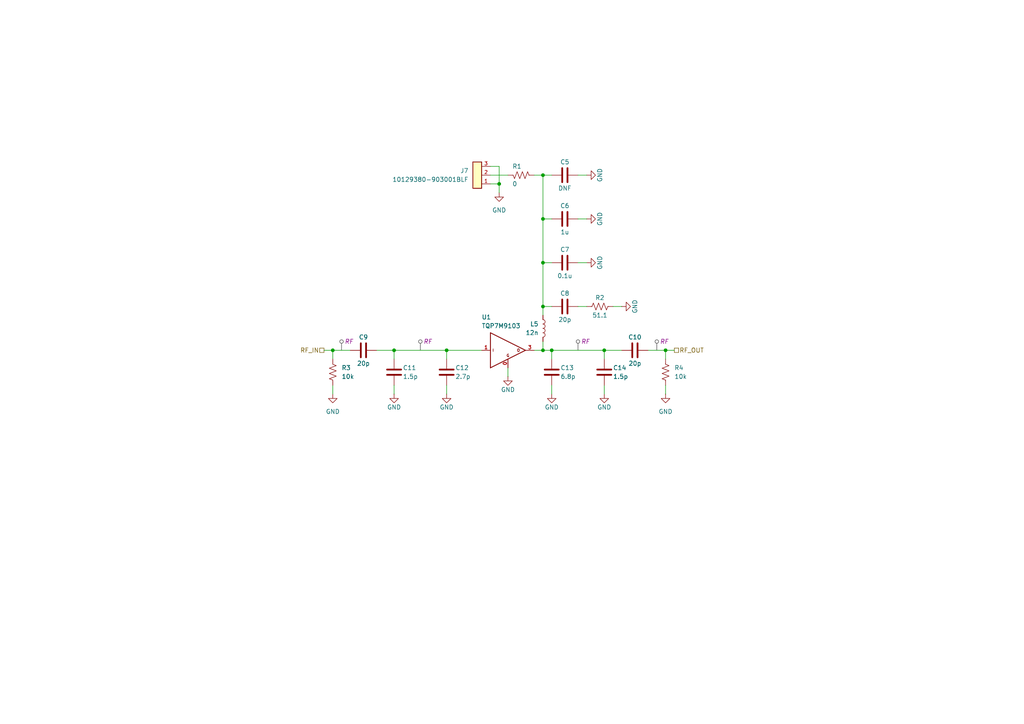
<source format=kicad_sch>
(kicad_sch
	(version 20231120)
	(generator "eeschema")
	(generator_version "8.0")
	(uuid "df2710aa-3ec9-4d68-beed-6f3301b09872")
	(paper "A4")
	(title_block
		(title "S-Band 1W Amplifier Prototype")
		(date "2024-08-23")
		(rev "0")
		(company "Wireless and Control Systems LLC")
		(comment 1 "Dan Tatum")
	)
	(lib_symbols
		(symbol "power:GND"
			(power)
			(pin_numbers hide)
			(pin_names
				(offset 0) hide)
			(exclude_from_sim no)
			(in_bom yes)
			(on_board yes)
			(property "Reference" "#PWR"
				(at 0 -6.35 0)
				(effects
					(font
						(size 1.27 1.27)
					)
					(hide yes)
				)
			)
			(property "Value" "GND"
				(at 0 -3.81 0)
				(effects
					(font
						(size 1.27 1.27)
					)
				)
			)
			(property "Footprint" ""
				(at 0 0 0)
				(effects
					(font
						(size 1.27 1.27)
					)
					(hide yes)
				)
			)
			(property "Datasheet" ""
				(at 0 0 0)
				(effects
					(font
						(size 1.27 1.27)
					)
					(hide yes)
				)
			)
			(property "Description" "Power symbol creates a global label with name \"GND\" , ground"
				(at 0 0 0)
				(effects
					(font
						(size 1.27 1.27)
					)
					(hide yes)
				)
			)
			(property "ki_keywords" "global power"
				(at 0 0 0)
				(effects
					(font
						(size 1.27 1.27)
					)
					(hide yes)
				)
			)
			(symbol "GND_0_1"
				(polyline
					(pts
						(xy 0 0) (xy 0 -1.27) (xy 1.27 -1.27) (xy 0 -2.54) (xy -1.27 -1.27) (xy 0 -1.27)
					)
					(stroke
						(width 0)
						(type default)
					)
					(fill
						(type none)
					)
				)
			)
			(symbol "GND_1_1"
				(pin power_in line
					(at 0 0 270)
					(length 0)
					(name "~"
						(effects
							(font
								(size 1.27 1.27)
							)
						)
					)
					(number "1"
						(effects
							(font
								(size 1.27 1.27)
							)
						)
					)
				)
			)
		)
		(symbol "proj_library:0603DC-12NXJRW"
			(pin_numbers hide)
			(pin_names
				(offset 1.016) hide)
			(exclude_from_sim no)
			(in_bom yes)
			(on_board yes)
			(property "Reference" "L"
				(at 1.27 2.54 0)
				(effects
					(font
						(size 1.27 1.27)
					)
					(justify left)
				)
			)
			(property "Value" "12n"
				(at 1.27 -2.54 0)
				(effects
					(font
						(size 1.27 1.27)
					)
					(justify left)
				)
			)
			(property "Footprint" "proj_library:RFL0603"
				(at 0 -3.81 0)
				(effects
					(font
						(size 1.27 1.27)
					)
					(hide yes)
				)
			)
			(property "Datasheet" "~"
				(at 0 0 0)
				(effects
					(font
						(size 1.27 1.27)
					)
					(hide yes)
				)
			)
			(property "Description" "0603DC-12NXJRW"
				(at 0 0 0)
				(effects
					(font
						(size 1.27 1.27)
					)
					(hide yes)
				)
			)
			(property "Manufacturer" "Coilcraft"
				(at 0 3.81 0)
				(effects
					(font
						(size 1.27 1.27)
					)
					(hide yes)
				)
			)
			(property "ki_keywords" "inductor choke coil reactor magnetic"
				(at 0 0 0)
				(effects
					(font
						(size 1.27 1.27)
					)
					(hide yes)
				)
			)
			(property "ki_fp_filters" "Choke_* *Coil* Inductor_* L_*"
				(at 0 0 0)
				(effects
					(font
						(size 1.27 1.27)
					)
					(hide yes)
				)
			)
			(symbol "0603DC-12NXJRW_0_1"
				(arc
					(start 0 -2.54)
					(mid 0.6323 -1.905)
					(end 0 -1.27)
					(stroke
						(width 0)
						(type default)
					)
					(fill
						(type none)
					)
				)
				(arc
					(start 0 -1.27)
					(mid 0.6323 -0.635)
					(end 0 0)
					(stroke
						(width 0)
						(type default)
					)
					(fill
						(type none)
					)
				)
				(arc
					(start 0 0)
					(mid 0.6323 0.635)
					(end 0 1.27)
					(stroke
						(width 0)
						(type default)
					)
					(fill
						(type none)
					)
				)
				(arc
					(start 0 1.27)
					(mid 0.6323 1.905)
					(end 0 2.54)
					(stroke
						(width 0)
						(type default)
					)
					(fill
						(type none)
					)
				)
			)
			(symbol "0603DC-12NXJRW_1_1"
				(pin passive line
					(at 0 3.81 270)
					(length 1.27)
					(name "1"
						(effects
							(font
								(size 1.27 1.27)
							)
						)
					)
					(number "1"
						(effects
							(font
								(size 1.27 1.27)
							)
						)
					)
				)
				(pin passive line
					(at 0 -3.81 90)
					(length 1.27)
					(name "2"
						(effects
							(font
								(size 1.27 1.27)
							)
						)
					)
					(number "2"
						(effects
							(font
								(size 1.27 1.27)
							)
						)
					)
				)
			)
		)
		(symbol "proj_library:10129380-903001BLF"
			(pin_names
				(offset 1.016)
			)
			(exclude_from_sim no)
			(in_bom yes)
			(on_board yes)
			(property "Reference" "J"
				(at 3.81 1.27 0)
				(effects
					(font
						(size 1.27 1.27)
					)
					(justify left)
				)
			)
			(property "Value" "10129380-903001BLF"
				(at 3.81 -1.27 0)
				(effects
					(font
						(size 1.27 1.27)
					)
					(justify left)
				)
			)
			(property "Footprint" "proj_library:AMPHENOL_10129380-903001BLF"
				(at 0 -3.81 0)
				(effects
					(font
						(size 1.27 1.27)
					)
					(hide yes)
				)
			)
			(property "Datasheet" ""
				(at 1.27 0 0)
				(effects
					(font
						(size 1.27 1.27)
					)
					(hide yes)
				)
			)
			(property "Description" "Connector Header Surface Mount 3 position 0.100\" (2.54mm)"
				(at 0 0 0)
				(effects
					(font
						(size 1.27 1.27)
					)
					(hide yes)
				)
			)
			(property "Manufacturer" "Amphenol"
				(at 0 3.81 0)
				(effects
					(font
						(size 1.27 1.27)
					)
					(hide yes)
				)
			)
			(property "ki_keywords" "Connector Header Surface Mount 3 position 0.100\" (2.54mm)"
				(at 0 0 0)
				(effects
					(font
						(size 1.27 1.27)
					)
					(hide yes)
				)
			)
			(symbol "10129380-903001BLF_0_0"
				(rectangle
					(start 0 3.81)
					(end 2.54 -3.81)
					(stroke
						(width 0.254)
						(type default)
					)
					(fill
						(type background)
					)
				)
			)
			(symbol "10129380-903001BLF_1_0"
				(pin passive line
					(at -2.54 2.54 0)
					(length 2.54)
					(name ""
						(effects
							(font
								(size 1.016 1.016)
							)
						)
					)
					(number "1"
						(effects
							(font
								(size 1.016 1.016)
							)
						)
					)
				)
				(pin passive line
					(at -2.54 0 0)
					(length 2.54)
					(name ""
						(effects
							(font
								(size 1.016 1.016)
							)
						)
					)
					(number "2"
						(effects
							(font
								(size 1.016 1.016)
							)
						)
					)
				)
				(pin passive line
					(at -2.54 -2.54 0)
					(length 2.54)
					(name ""
						(effects
							(font
								(size 1.016 1.016)
							)
						)
					)
					(number "3"
						(effects
							(font
								(size 1.016 1.016)
							)
						)
					)
				)
			)
		)
		(symbol "proj_library:C0603_DNF"
			(pin_numbers hide)
			(pin_names
				(offset 0.254)
			)
			(exclude_from_sim no)
			(in_bom yes)
			(on_board yes)
			(property "Reference" "C"
				(at 0.635 2.54 0)
				(effects
					(font
						(size 1.27 1.27)
					)
					(justify left)
				)
			)
			(property "Value" "DNF"
				(at 0.635 -2.54 0)
				(effects
					(font
						(size 1.27 1.27)
					)
					(justify left)
				)
			)
			(property "Footprint" "proj_library:C0603_DNF"
				(at 0 -3.81 0)
				(effects
					(font
						(size 1.27 1.27)
					)
					(hide yes)
				)
			)
			(property "Datasheet" ""
				(at 0 0 0)
				(effects
					(font
						(size 1.27 1.27)
					)
					(hide yes)
				)
			)
			(property "Description" "C0603 DNF"
				(at 0 0 0)
				(effects
					(font
						(size 1.27 1.27)
					)
					(hide yes)
				)
			)
			(property "ki_keywords" "cap capacitor 0603 DNF DNP"
				(at 0 0 0)
				(effects
					(font
						(size 1.27 1.27)
					)
					(hide yes)
				)
			)
			(property "ki_fp_filters" "C_*"
				(at 0 0 0)
				(effects
					(font
						(size 1.27 1.27)
					)
					(hide yes)
				)
			)
			(symbol "C0603_DNF_0_1"
				(polyline
					(pts
						(xy -2.032 -0.762) (xy 2.032 -0.762)
					)
					(stroke
						(width 0.508)
						(type default)
					)
					(fill
						(type none)
					)
				)
				(polyline
					(pts
						(xy -2.032 0.762) (xy 2.032 0.762)
					)
					(stroke
						(width 0.508)
						(type default)
					)
					(fill
						(type none)
					)
				)
			)
			(symbol "C0603_DNF_1_1"
				(pin passive line
					(at 0 3.81 270)
					(length 2.794)
					(name "~"
						(effects
							(font
								(size 1.27 1.27)
							)
						)
					)
					(number "1"
						(effects
							(font
								(size 1.27 1.27)
							)
						)
					)
				)
				(pin passive line
					(at 0 -3.81 90)
					(length 2.794)
					(name "~"
						(effects
							(font
								(size 1.27 1.27)
							)
						)
					)
					(number "2"
						(effects
							(font
								(size 1.27 1.27)
							)
						)
					)
				)
			)
		)
		(symbol "proj_library:CC0603KRX7R7BB104"
			(pin_numbers hide)
			(pin_names
				(offset 0.254)
			)
			(exclude_from_sim no)
			(in_bom yes)
			(on_board yes)
			(property "Reference" "C"
				(at 0.635 2.54 0)
				(effects
					(font
						(size 1.27 1.27)
					)
					(justify left)
				)
			)
			(property "Value" "0.1u"
				(at 0.635 -2.54 0)
				(effects
					(font
						(size 1.27 1.27)
					)
					(justify left)
				)
			)
			(property "Footprint" "proj_library:C0603"
				(at 0 -3.81 0)
				(effects
					(font
						(size 1.27 1.27)
					)
					(hide yes)
				)
			)
			(property "Datasheet" ""
				(at 0 0 0)
				(effects
					(font
						(size 1.27 1.27)
					)
					(hide yes)
				)
			)
			(property "Description" "CAP CER 0.1UF 16V X7R 0603"
				(at 0 0 0)
				(effects
					(font
						(size 1.27 1.27)
					)
					(hide yes)
				)
			)
			(property "ki_keywords" "C cap capacitor"
				(at 0 0 0)
				(effects
					(font
						(size 1.27 1.27)
					)
					(hide yes)
				)
			)
			(property "ki_fp_filters" "C_*"
				(at 0 0 0)
				(effects
					(font
						(size 1.27 1.27)
					)
					(hide yes)
				)
			)
			(symbol "CC0603KRX7R7BB104_0_1"
				(polyline
					(pts
						(xy -2.032 -0.762) (xy 2.032 -0.762)
					)
					(stroke
						(width 0.508)
						(type default)
					)
					(fill
						(type none)
					)
				)
				(polyline
					(pts
						(xy -2.032 0.762) (xy 2.032 0.762)
					)
					(stroke
						(width 0.508)
						(type default)
					)
					(fill
						(type none)
					)
				)
			)
			(symbol "CC0603KRX7R7BB104_1_1"
				(pin passive line
					(at 0 3.81 270)
					(length 2.794)
					(name "~"
						(effects
							(font
								(size 1.27 1.27)
							)
						)
					)
					(number "1"
						(effects
							(font
								(size 1.27 1.27)
							)
						)
					)
				)
				(pin passive line
					(at 0 -3.81 90)
					(length 2.794)
					(name "~"
						(effects
							(font
								(size 1.27 1.27)
							)
						)
					)
					(number "2"
						(effects
							(font
								(size 1.27 1.27)
							)
						)
					)
				)
			)
		)
		(symbol "proj_library:CC0603KRX7R7BB105"
			(pin_numbers hide)
			(pin_names
				(offset 0.254)
			)
			(exclude_from_sim no)
			(in_bom yes)
			(on_board yes)
			(property "Reference" "C"
				(at 0.635 2.54 0)
				(effects
					(font
						(size 1.27 1.27)
					)
					(justify left)
				)
			)
			(property "Value" "1u"
				(at 0.635 -2.54 0)
				(effects
					(font
						(size 1.27 1.27)
					)
					(justify left)
				)
			)
			(property "Footprint" "proj_library:C0603"
				(at 0 -3.81 0)
				(effects
					(font
						(size 1.27 1.27)
					)
					(hide yes)
				)
			)
			(property "Datasheet" ""
				(at 0 0 0)
				(effects
					(font
						(size 1.27 1.27)
					)
					(hide yes)
				)
			)
			(property "Description" "CAP CER 1UF 16V X7R 0603"
				(at 0 0 0)
				(effects
					(font
						(size 1.27 1.27)
					)
					(hide yes)
				)
			)
			(property "ki_keywords" "cap capacitor"
				(at 0 0 0)
				(effects
					(font
						(size 1.27 1.27)
					)
					(hide yes)
				)
			)
			(property "ki_fp_filters" "C_*"
				(at 0 0 0)
				(effects
					(font
						(size 1.27 1.27)
					)
					(hide yes)
				)
			)
			(symbol "CC0603KRX7R7BB105_0_1"
				(polyline
					(pts
						(xy -2.032 -0.762) (xy 2.032 -0.762)
					)
					(stroke
						(width 0.508)
						(type default)
					)
					(fill
						(type none)
					)
				)
				(polyline
					(pts
						(xy -2.032 0.762) (xy 2.032 0.762)
					)
					(stroke
						(width 0.508)
						(type default)
					)
					(fill
						(type none)
					)
				)
			)
			(symbol "CC0603KRX7R7BB105_1_1"
				(pin passive line
					(at 0 3.81 270)
					(length 2.794)
					(name "~"
						(effects
							(font
								(size 1.27 1.27)
							)
						)
					)
					(number "1"
						(effects
							(font
								(size 1.27 1.27)
							)
						)
					)
				)
				(pin passive line
					(at 0 -3.81 90)
					(length 2.794)
					(name "~"
						(effects
							(font
								(size 1.27 1.27)
							)
						)
					)
					(number "2"
						(effects
							(font
								(size 1.27 1.27)
							)
						)
					)
				)
			)
		)
		(symbol "proj_library:CRCW060310K0FKEAC"
			(pin_numbers hide)
			(pin_names
				(offset 0)
			)
			(exclude_from_sim no)
			(in_bom yes)
			(on_board yes)
			(property "Reference" "R"
				(at 1.27 2.54 0)
				(effects
					(font
						(size 1.27 1.27)
					)
					(justify left)
				)
			)
			(property "Value" "10k"
				(at 1.27 -2.54 0)
				(effects
					(font
						(size 1.27 1.27)
					)
					(justify left)
				)
			)
			(property "Footprint" "proj_library:R0603"
				(at 0 -3.81 0)
				(effects
					(font
						(size 1.27 1.27)
					)
					(hide yes)
				)
			)
			(property "Datasheet" ""
				(at 0 0 0)
				(effects
					(font
						(size 1.27 1.27)
					)
					(hide yes)
				)
			)
			(property "Description" "RES 10K OHM 1% 1/10W 0603"
				(at 0 0 0)
				(effects
					(font
						(size 1.27 1.27)
					)
					(hide yes)
				)
			)
			(property "ki_keywords" "R res resistor 0603"
				(at 0 0 0)
				(effects
					(font
						(size 1.27 1.27)
					)
					(hide yes)
				)
			)
			(property "ki_fp_filters" "R_*"
				(at 0 0 0)
				(effects
					(font
						(size 1.27 1.27)
					)
					(hide yes)
				)
			)
			(symbol "CRCW060310K0FKEAC_0_1"
				(polyline
					(pts
						(xy 0 -2.286) (xy 0 -2.54)
					)
					(stroke
						(width 0)
						(type default)
					)
					(fill
						(type none)
					)
				)
				(polyline
					(pts
						(xy 0 2.286) (xy 0 2.54)
					)
					(stroke
						(width 0)
						(type default)
					)
					(fill
						(type none)
					)
				)
				(polyline
					(pts
						(xy 0 -0.762) (xy 1.016 -1.143) (xy 0 -1.524) (xy -1.016 -1.905) (xy 0 -2.286)
					)
					(stroke
						(width 0)
						(type default)
					)
					(fill
						(type none)
					)
				)
				(polyline
					(pts
						(xy 0 0.762) (xy 1.016 0.381) (xy 0 0) (xy -1.016 -0.381) (xy 0 -0.762)
					)
					(stroke
						(width 0)
						(type default)
					)
					(fill
						(type none)
					)
				)
				(polyline
					(pts
						(xy 0 2.286) (xy 1.016 1.905) (xy 0 1.524) (xy -1.016 1.143) (xy 0 0.762)
					)
					(stroke
						(width 0)
						(type default)
					)
					(fill
						(type none)
					)
				)
			)
			(symbol "CRCW060310K0FKEAC_1_1"
				(pin passive line
					(at 0 3.81 270)
					(length 1.27)
					(name "~"
						(effects
							(font
								(size 1.27 1.27)
							)
						)
					)
					(number "1"
						(effects
							(font
								(size 1.27 1.27)
							)
						)
					)
				)
				(pin passive line
					(at 0 -3.81 90)
					(length 1.27)
					(name "~"
						(effects
							(font
								(size 1.27 1.27)
							)
						)
					)
					(number "2"
						(effects
							(font
								(size 1.27 1.27)
							)
						)
					)
				)
			)
		)
		(symbol "proj_library:CRCW060351R1FKEAC"
			(pin_numbers hide)
			(pin_names
				(offset 0)
			)
			(exclude_from_sim no)
			(in_bom yes)
			(on_board yes)
			(property "Reference" "R"
				(at 1.27 2.54 0)
				(effects
					(font
						(size 1.27 1.27)
					)
					(justify left)
				)
			)
			(property "Value" "51.1"
				(at 1.27 -2.54 0)
				(effects
					(font
						(size 1.27 1.27)
					)
					(justify left)
				)
			)
			(property "Footprint" "proj_library:RFR0603"
				(at 0 -3.81 0)
				(effects
					(font
						(size 1.27 1.27)
					)
					(hide yes)
				)
			)
			(property "Datasheet" ""
				(at 0 0 0)
				(effects
					(font
						(size 1.27 1.27)
					)
					(hide yes)
				)
			)
			(property "Description" "RES 51.1 OHM 1% 1/10W 0603"
				(at 0 0 0)
				(effects
					(font
						(size 1.27 1.27)
					)
					(hide yes)
				)
			)
			(property "ki_keywords" "R res resistor 0603"
				(at 0 0 0)
				(effects
					(font
						(size 1.27 1.27)
					)
					(hide yes)
				)
			)
			(property "ki_fp_filters" "R_*"
				(at 0 0 0)
				(effects
					(font
						(size 1.27 1.27)
					)
					(hide yes)
				)
			)
			(symbol "CRCW060351R1FKEAC_0_1"
				(polyline
					(pts
						(xy 0 -2.286) (xy 0 -2.54)
					)
					(stroke
						(width 0)
						(type default)
					)
					(fill
						(type none)
					)
				)
				(polyline
					(pts
						(xy 0 2.286) (xy 0 2.54)
					)
					(stroke
						(width 0)
						(type default)
					)
					(fill
						(type none)
					)
				)
				(polyline
					(pts
						(xy 0 -0.762) (xy 1.016 -1.143) (xy 0 -1.524) (xy -1.016 -1.905) (xy 0 -2.286)
					)
					(stroke
						(width 0)
						(type default)
					)
					(fill
						(type none)
					)
				)
				(polyline
					(pts
						(xy 0 0.762) (xy 1.016 0.381) (xy 0 0) (xy -1.016 -0.381) (xy 0 -0.762)
					)
					(stroke
						(width 0)
						(type default)
					)
					(fill
						(type none)
					)
				)
				(polyline
					(pts
						(xy 0 2.286) (xy 1.016 1.905) (xy 0 1.524) (xy -1.016 1.143) (xy 0 0.762)
					)
					(stroke
						(width 0)
						(type default)
					)
					(fill
						(type none)
					)
				)
			)
			(symbol "CRCW060351R1FKEAC_1_1"
				(pin passive line
					(at 0 3.81 270)
					(length 1.27)
					(name "~"
						(effects
							(font
								(size 1.27 1.27)
							)
						)
					)
					(number "1"
						(effects
							(font
								(size 1.27 1.27)
							)
						)
					)
				)
				(pin passive line
					(at 0 -3.81 90)
					(length 1.27)
					(name "~"
						(effects
							(font
								(size 1.27 1.27)
							)
						)
					)
					(number "2"
						(effects
							(font
								(size 1.27 1.27)
							)
						)
					)
				)
			)
		)
		(symbol "proj_library:CRCW08050000Z0EAC"
			(pin_numbers hide)
			(pin_names
				(offset 0)
			)
			(exclude_from_sim no)
			(in_bom yes)
			(on_board yes)
			(property "Reference" "R"
				(at 1.27 2.54 0)
				(effects
					(font
						(size 1.27 1.27)
					)
					(justify left)
				)
			)
			(property "Value" "0"
				(at 1.27 -2.54 0)
				(effects
					(font
						(size 1.27 1.27)
					)
					(justify left)
				)
			)
			(property "Footprint" "proj_library:R0805"
				(at 0 -3.81 0)
				(effects
					(font
						(size 1.27 1.27)
					)
					(hide yes)
				)
			)
			(property "Datasheet" ""
				(at 0 0 0)
				(effects
					(font
						(size 1.27 1.27)
					)
					(hide yes)
				)
			)
			(property "Description" "RES 0 OHM JUMPER 1/8W 0805"
				(at 0 0 0)
				(effects
					(font
						(size 1.27 1.27)
					)
					(hide yes)
				)
			)
			(property "ki_keywords" "R res resistor 0805"
				(at 0 0 0)
				(effects
					(font
						(size 1.27 1.27)
					)
					(hide yes)
				)
			)
			(property "ki_fp_filters" "R_*"
				(at 0 0 0)
				(effects
					(font
						(size 1.27 1.27)
					)
					(hide yes)
				)
			)
			(symbol "CRCW08050000Z0EAC_0_1"
				(polyline
					(pts
						(xy 0 -2.286) (xy 0 -2.54)
					)
					(stroke
						(width 0)
						(type default)
					)
					(fill
						(type none)
					)
				)
				(polyline
					(pts
						(xy 0 2.286) (xy 0 2.54)
					)
					(stroke
						(width 0)
						(type default)
					)
					(fill
						(type none)
					)
				)
				(polyline
					(pts
						(xy 0 -0.762) (xy 1.016 -1.143) (xy 0 -1.524) (xy -1.016 -1.905) (xy 0 -2.286)
					)
					(stroke
						(width 0)
						(type default)
					)
					(fill
						(type none)
					)
				)
				(polyline
					(pts
						(xy 0 0.762) (xy 1.016 0.381) (xy 0 0) (xy -1.016 -0.381) (xy 0 -0.762)
					)
					(stroke
						(width 0)
						(type default)
					)
					(fill
						(type none)
					)
				)
				(polyline
					(pts
						(xy 0 2.286) (xy 1.016 1.905) (xy 0 1.524) (xy -1.016 1.143) (xy 0 0.762)
					)
					(stroke
						(width 0)
						(type default)
					)
					(fill
						(type none)
					)
				)
			)
			(symbol "CRCW08050000Z0EAC_1_1"
				(pin passive line
					(at 0 3.81 270)
					(length 1.27)
					(name "~"
						(effects
							(font
								(size 1.27 1.27)
							)
						)
					)
					(number "1"
						(effects
							(font
								(size 1.27 1.27)
							)
						)
					)
				)
				(pin passive line
					(at 0 -3.81 90)
					(length 1.27)
					(name "~"
						(effects
							(font
								(size 1.27 1.27)
							)
						)
					)
					(number "2"
						(effects
							(font
								(size 1.27 1.27)
							)
						)
					)
				)
			)
		)
		(symbol "proj_library:QSCP251Q1R5B1GV001T"
			(pin_numbers hide)
			(pin_names
				(offset 0.254)
			)
			(exclude_from_sim no)
			(in_bom yes)
			(on_board yes)
			(property "Reference" "C"
				(at 0.635 2.54 0)
				(effects
					(font
						(size 1.27 1.27)
					)
					(justify left)
				)
			)
			(property "Value" "1.5p"
				(at 0.635 -2.54 0)
				(effects
					(font
						(size 1.27 1.27)
					)
					(justify left)
				)
			)
			(property "Footprint" "proj_library:RFC0603"
				(at 0 -3.81 0)
				(effects
					(font
						(size 1.27 1.27)
					)
					(hide yes)
				)
			)
			(property "Datasheet" ""
				(at 0 0 0)
				(effects
					(font
						(size 1.27 1.27)
					)
					(hide yes)
				)
			)
			(property "Description" "CAP CER 1.5PF 250V C0G/NP0 0603"
				(at 0 0 0)
				(effects
					(font
						(size 1.27 1.27)
					)
					(hide yes)
				)
			)
			(property "ki_keywords" "C cap capacitor"
				(at 0 0 0)
				(effects
					(font
						(size 1.27 1.27)
					)
					(hide yes)
				)
			)
			(property "ki_fp_filters" "C_*"
				(at 0 0 0)
				(effects
					(font
						(size 1.27 1.27)
					)
					(hide yes)
				)
			)
			(symbol "QSCP251Q1R5B1GV001T_0_1"
				(polyline
					(pts
						(xy -2.032 -0.762) (xy 2.032 -0.762)
					)
					(stroke
						(width 0.508)
						(type default)
					)
					(fill
						(type none)
					)
				)
				(polyline
					(pts
						(xy -2.032 0.762) (xy 2.032 0.762)
					)
					(stroke
						(width 0.508)
						(type default)
					)
					(fill
						(type none)
					)
				)
			)
			(symbol "QSCP251Q1R5B1GV001T_1_1"
				(pin passive line
					(at 0 3.81 270)
					(length 2.794)
					(name "~"
						(effects
							(font
								(size 1.27 1.27)
							)
						)
					)
					(number "1"
						(effects
							(font
								(size 1.27 1.27)
							)
						)
					)
				)
				(pin passive line
					(at 0 -3.81 90)
					(length 2.794)
					(name "~"
						(effects
							(font
								(size 1.27 1.27)
							)
						)
					)
					(number "2"
						(effects
							(font
								(size 1.27 1.27)
							)
						)
					)
				)
			)
		)
		(symbol "proj_library:QSCP251Q200J1GV001T"
			(pin_numbers hide)
			(pin_names
				(offset 0.254)
			)
			(exclude_from_sim no)
			(in_bom yes)
			(on_board yes)
			(property "Reference" "C"
				(at 0.635 2.54 0)
				(effects
					(font
						(size 1.27 1.27)
					)
					(justify left)
				)
			)
			(property "Value" "20p"
				(at 0.635 -2.54 0)
				(effects
					(font
						(size 1.27 1.27)
					)
					(justify left)
				)
			)
			(property "Footprint" "proj_library:RFC0603"
				(at 0 -3.81 0)
				(effects
					(font
						(size 1.27 1.27)
					)
					(hide yes)
				)
			)
			(property "Datasheet" ""
				(at 0 0 0)
				(effects
					(font
						(size 1.27 1.27)
					)
					(hide yes)
				)
			)
			(property "Description" "CAP CER 20PF 250V C0G/NP0 0603"
				(at 0 0 0)
				(effects
					(font
						(size 1.27 1.27)
					)
					(hide yes)
				)
			)
			(property "ki_keywords" "C cap capacitor"
				(at 0 0 0)
				(effects
					(font
						(size 1.27 1.27)
					)
					(hide yes)
				)
			)
			(property "ki_fp_filters" "C_*"
				(at 0 0 0)
				(effects
					(font
						(size 1.27 1.27)
					)
					(hide yes)
				)
			)
			(symbol "QSCP251Q200J1GV001T_0_1"
				(polyline
					(pts
						(xy -2.032 -0.762) (xy 2.032 -0.762)
					)
					(stroke
						(width 0.508)
						(type default)
					)
					(fill
						(type none)
					)
				)
				(polyline
					(pts
						(xy -2.032 0.762) (xy 2.032 0.762)
					)
					(stroke
						(width 0.508)
						(type default)
					)
					(fill
						(type none)
					)
				)
			)
			(symbol "QSCP251Q200J1GV001T_1_1"
				(pin passive line
					(at 0 3.81 270)
					(length 2.794)
					(name "~"
						(effects
							(font
								(size 1.27 1.27)
							)
						)
					)
					(number "1"
						(effects
							(font
								(size 1.27 1.27)
							)
						)
					)
				)
				(pin passive line
					(at 0 -3.81 90)
					(length 2.794)
					(name "~"
						(effects
							(font
								(size 1.27 1.27)
							)
						)
					)
					(number "2"
						(effects
							(font
								(size 1.27 1.27)
							)
						)
					)
				)
			)
		)
		(symbol "proj_library:QSCP251Q2R7B1GV001T"
			(pin_numbers hide)
			(pin_names
				(offset 0.254)
			)
			(exclude_from_sim no)
			(in_bom yes)
			(on_board yes)
			(property "Reference" "C"
				(at 0.635 2.54 0)
				(effects
					(font
						(size 1.27 1.27)
					)
					(justify left)
				)
			)
			(property "Value" "2.7p"
				(at 0.635 -2.54 0)
				(effects
					(font
						(size 1.27 1.27)
					)
					(justify left)
				)
			)
			(property "Footprint" "proj_library:RFC0603"
				(at 0 -3.81 0)
				(effects
					(font
						(size 1.27 1.27)
					)
					(hide yes)
				)
			)
			(property "Datasheet" ""
				(at 0 0 0)
				(effects
					(font
						(size 1.27 1.27)
					)
					(hide yes)
				)
			)
			(property "Description" "CAP CER 2.7PF 250V C0G/NP0 0603"
				(at 0 0 0)
				(effects
					(font
						(size 1.27 1.27)
					)
					(hide yes)
				)
			)
			(property "ki_keywords" "C cap capacitor"
				(at 0 0 0)
				(effects
					(font
						(size 1.27 1.27)
					)
					(hide yes)
				)
			)
			(property "ki_fp_filters" "C_*"
				(at 0 0 0)
				(effects
					(font
						(size 1.27 1.27)
					)
					(hide yes)
				)
			)
			(symbol "QSCP251Q2R7B1GV001T_0_1"
				(polyline
					(pts
						(xy -2.032 -0.762) (xy 2.032 -0.762)
					)
					(stroke
						(width 0.508)
						(type default)
					)
					(fill
						(type none)
					)
				)
				(polyline
					(pts
						(xy -2.032 0.762) (xy 2.032 0.762)
					)
					(stroke
						(width 0.508)
						(type default)
					)
					(fill
						(type none)
					)
				)
			)
			(symbol "QSCP251Q2R7B1GV001T_1_1"
				(pin passive line
					(at 0 3.81 270)
					(length 2.794)
					(name "~"
						(effects
							(font
								(size 1.27 1.27)
							)
						)
					)
					(number "1"
						(effects
							(font
								(size 1.27 1.27)
							)
						)
					)
				)
				(pin passive line
					(at 0 -3.81 90)
					(length 2.794)
					(name "~"
						(effects
							(font
								(size 1.27 1.27)
							)
						)
					)
					(number "2"
						(effects
							(font
								(size 1.27 1.27)
							)
						)
					)
				)
			)
		)
		(symbol "proj_library:QSCP251Q6R8C1GV001T"
			(pin_numbers hide)
			(pin_names
				(offset 0.254)
			)
			(exclude_from_sim no)
			(in_bom yes)
			(on_board yes)
			(property "Reference" "C"
				(at 0.635 2.54 0)
				(effects
					(font
						(size 1.27 1.27)
					)
					(justify left)
				)
			)
			(property "Value" "6.8p"
				(at 0.635 -2.54 0)
				(effects
					(font
						(size 1.27 1.27)
					)
					(justify left)
				)
			)
			(property "Footprint" "proj_library:RFC0603"
				(at 0 -3.81 0)
				(effects
					(font
						(size 1.27 1.27)
					)
					(hide yes)
				)
			)
			(property "Datasheet" ""
				(at 0 0 0)
				(effects
					(font
						(size 1.27 1.27)
					)
					(hide yes)
				)
			)
			(property "Description" "CAP CER 6.8PF 250V C0G/NP0 0603"
				(at 0 0 0)
				(effects
					(font
						(size 1.27 1.27)
					)
					(hide yes)
				)
			)
			(property "ki_keywords" "C cap capacitor"
				(at 0 0 0)
				(effects
					(font
						(size 1.27 1.27)
					)
					(hide yes)
				)
			)
			(property "ki_fp_filters" "C_*"
				(at 0 0 0)
				(effects
					(font
						(size 1.27 1.27)
					)
					(hide yes)
				)
			)
			(symbol "QSCP251Q6R8C1GV001T_0_1"
				(polyline
					(pts
						(xy -2.032 -0.762) (xy 2.032 -0.762)
					)
					(stroke
						(width 0.508)
						(type default)
					)
					(fill
						(type none)
					)
				)
				(polyline
					(pts
						(xy -2.032 0.762) (xy 2.032 0.762)
					)
					(stroke
						(width 0.508)
						(type default)
					)
					(fill
						(type none)
					)
				)
			)
			(symbol "QSCP251Q6R8C1GV001T_1_1"
				(pin passive line
					(at 0 3.81 270)
					(length 2.794)
					(name "~"
						(effects
							(font
								(size 1.27 1.27)
							)
						)
					)
					(number "1"
						(effects
							(font
								(size 1.27 1.27)
							)
						)
					)
				)
				(pin passive line
					(at 0 -3.81 90)
					(length 2.794)
					(name "~"
						(effects
							(font
								(size 1.27 1.27)
							)
						)
					)
					(number "2"
						(effects
							(font
								(size 1.27 1.27)
							)
						)
					)
				)
			)
		)
		(symbol "proj_library:TQP7M9103"
			(pin_names
				(offset 1.016)
			)
			(exclude_from_sim no)
			(in_bom yes)
			(on_board yes)
			(property "Reference" "U"
				(at -8.128 7.874 0)
				(effects
					(font
						(size 1.27 1.27)
					)
					(justify left bottom)
				)
			)
			(property "Value" "TQP7M9103"
				(at -7.874 5.588 0)
				(effects
					(font
						(size 1.27 1.27)
					)
					(justify left bottom)
				)
			)
			(property "Footprint" "proj_library:SOT-89"
				(at 0 -3.81 0)
				(effects
					(font
						(size 1.27 1.27)
					)
					(justify bottom)
					(hide yes)
				)
			)
			(property "Datasheet" ""
				(at -1.27 0 0)
				(effects
					(font
						(size 1.27 1.27)
					)
					(hide yes)
				)
			)
			(property "Description" "RF Amplifier 400-4000MHZ 5VOLT GAIN 16.6DB NF 4.4DB"
				(at -1.27 0 0)
				(effects
					(font
						(size 1.27 1.27)
					)
					(hide yes)
				)
			)
			(property "Manufacturer" "Qorvo"
				(at 0 3.81 0)
				(effects
					(font
						(size 1.27 1.27)
					)
					(justify bottom)
					(hide yes)
				)
			)
			(symbol "TQP7M9103_0_0"
				(polyline
					(pts
						(xy -5.08 -5.08) (xy 5.08 0)
					)
					(stroke
						(width 0.254)
						(type default)
					)
					(fill
						(type none)
					)
				)
				(polyline
					(pts
						(xy -5.08 5.08) (xy -5.08 -5.08)
					)
					(stroke
						(width 0.254)
						(type default)
					)
					(fill
						(type none)
					)
				)
				(polyline
					(pts
						(xy 5.08 0) (xy -5.08 5.08)
					)
					(stroke
						(width 0.254)
						(type default)
					)
					(fill
						(type none)
					)
				)
			)
			(symbol "TQP7M9103_1_0"
				(pin power_in line
					(at 0 -5.08 90)
					(length 2.54)
					(name "~"
						(effects
							(font
								(size 1.016 1.016)
							)
						)
					)
					(number "0"
						(effects
							(font
								(size 1.016 1.016)
							)
						)
					)
				)
				(pin input line
					(at -7.62 0 0)
					(length 2.54)
					(name "~"
						(effects
							(font
								(size 1.016 1.016)
							)
						)
					)
					(number "1"
						(effects
							(font
								(size 1.016 1.016)
							)
						)
					)
				)
				(pin output line
					(at 7.62 0 180)
					(length 2.54)
					(name "~"
						(effects
							(font
								(size 1.016 1.016)
							)
						)
					)
					(number "3"
						(effects
							(font
								(size 1.016 1.016)
							)
						)
					)
				)
			)
			(symbol "TQP7M9103_1_1"
				(text "G"
					(at 0 -1.524 0)
					(effects
						(font
							(size 0.762 0.762)
						)
					)
				)
				(text "I"
					(at -4.572 0 0)
					(effects
						(font
							(size 0.762 0.762)
						)
						(justify left)
					)
				)
				(text "O"
					(at 3.048 0 0)
					(effects
						(font
							(size 0.762 0.762)
						)
					)
				)
			)
		)
	)
	(junction
		(at 144.78 53.34)
		(diameter 0)
		(color 0 0 0 0)
		(uuid "10869e3e-cc16-43db-88f2-7358db82ba79")
	)
	(junction
		(at 129.54 101.6)
		(diameter 0)
		(color 0 0 0 0)
		(uuid "1c229cb8-cab4-41f5-86c7-b867110ee6c9")
	)
	(junction
		(at 157.48 63.5)
		(diameter 0)
		(color 0 0 0 0)
		(uuid "516c8c2b-34c8-4cb2-9ab3-c25ada717318")
	)
	(junction
		(at 157.48 101.6)
		(diameter 0)
		(color 0 0 0 0)
		(uuid "7393002d-8d79-4045-9fba-7d66b802da82")
	)
	(junction
		(at 160.02 101.6)
		(diameter 0)
		(color 0 0 0 0)
		(uuid "7a1cde60-97f7-40e8-9181-ec59a64c9c6a")
	)
	(junction
		(at 157.48 88.9)
		(diameter 0)
		(color 0 0 0 0)
		(uuid "7b9db96f-8ed9-4649-bc06-53d76412612d")
	)
	(junction
		(at 157.48 76.2)
		(diameter 0)
		(color 0 0 0 0)
		(uuid "7f4f309f-8dee-4b2f-99db-01dd39dc13d9")
	)
	(junction
		(at 157.48 50.8)
		(diameter 0)
		(color 0 0 0 0)
		(uuid "98a04d38-c70f-4daa-9607-a6844c40391c")
	)
	(junction
		(at 175.26 101.6)
		(diameter 0)
		(color 0 0 0 0)
		(uuid "a30cd706-25d1-4f12-8a0f-062d4a50ec9d")
	)
	(junction
		(at 96.52 101.6)
		(diameter 0)
		(color 0 0 0 0)
		(uuid "bb8e8010-934a-4727-ad52-072205bcd444")
	)
	(junction
		(at 114.3 101.6)
		(diameter 0)
		(color 0 0 0 0)
		(uuid "efcdc348-1702-4d46-a608-b8463901bfb4")
	)
	(junction
		(at 193.04 101.6)
		(diameter 0)
		(color 0 0 0 0)
		(uuid "f890d3fc-4989-49dc-966a-2d9f9500ac17")
	)
	(wire
		(pts
			(xy 96.52 101.6) (xy 101.6 101.6)
		)
		(stroke
			(width 0)
			(type default)
		)
		(uuid "08dff3d0-e599-42f5-b73a-392cf548a08e")
	)
	(wire
		(pts
			(xy 96.52 101.6) (xy 96.52 104.14)
		)
		(stroke
			(width 0)
			(type default)
		)
		(uuid "10447b81-23b3-400f-80e1-c04faebec382")
	)
	(wire
		(pts
			(xy 114.3 101.6) (xy 114.3 104.14)
		)
		(stroke
			(width 0)
			(type default)
		)
		(uuid "1206a0f4-e886-403e-9503-300a41bc528a")
	)
	(wire
		(pts
			(xy 157.48 101.6) (xy 160.02 101.6)
		)
		(stroke
			(width 0)
			(type default)
		)
		(uuid "1965babb-69d6-4468-83c0-cde89a4a1923")
	)
	(wire
		(pts
			(xy 157.48 50.8) (xy 160.02 50.8)
		)
		(stroke
			(width 0)
			(type default)
		)
		(uuid "2cb6becc-17c8-4ad6-a741-b06fde546f54")
	)
	(wire
		(pts
			(xy 175.26 111.76) (xy 175.26 114.3)
		)
		(stroke
			(width 0)
			(type default)
		)
		(uuid "36a9fbfe-7b59-49b3-989b-10d92d9f4320")
	)
	(wire
		(pts
			(xy 160.02 111.76) (xy 160.02 114.3)
		)
		(stroke
			(width 0)
			(type default)
		)
		(uuid "442c504a-dfd9-4771-bafd-73d5dedaf572")
	)
	(wire
		(pts
			(xy 144.78 53.34) (xy 144.78 55.88)
		)
		(stroke
			(width 0)
			(type default)
		)
		(uuid "518cb53b-c7e5-4c49-9c0a-af848569e3b0")
	)
	(wire
		(pts
			(xy 193.04 111.76) (xy 193.04 114.3)
		)
		(stroke
			(width 0)
			(type default)
		)
		(uuid "5b74737b-98af-4406-9445-b020cecc655f")
	)
	(wire
		(pts
			(xy 157.48 88.9) (xy 160.02 88.9)
		)
		(stroke
			(width 0)
			(type default)
		)
		(uuid "5efdde1d-eec8-4ab8-8ae0-c6743851fbb0")
	)
	(wire
		(pts
			(xy 157.48 76.2) (xy 157.48 88.9)
		)
		(stroke
			(width 0)
			(type default)
		)
		(uuid "62b4996c-19c6-43e6-97b3-c945b2a05bdb")
	)
	(wire
		(pts
			(xy 167.64 88.9) (xy 170.18 88.9)
		)
		(stroke
			(width 0)
			(type default)
		)
		(uuid "70266068-3fb9-4e22-8bff-8e016f220450")
	)
	(wire
		(pts
			(xy 129.54 101.6) (xy 129.54 104.14)
		)
		(stroke
			(width 0)
			(type default)
		)
		(uuid "76478025-dd9f-4b00-b9bd-6221b0f533ee")
	)
	(wire
		(pts
			(xy 167.64 50.8) (xy 170.18 50.8)
		)
		(stroke
			(width 0)
			(type default)
		)
		(uuid "7a8b7bc6-7da5-4873-8504-80bb4432f6fc")
	)
	(wire
		(pts
			(xy 142.24 53.34) (xy 144.78 53.34)
		)
		(stroke
			(width 0)
			(type default)
		)
		(uuid "7bdbbfa1-2b14-4fac-87eb-8f1b2f2e1899")
	)
	(wire
		(pts
			(xy 160.02 101.6) (xy 175.26 101.6)
		)
		(stroke
			(width 0)
			(type default)
		)
		(uuid "7eae85f1-50ca-4042-8e96-3110f8efce4f")
	)
	(wire
		(pts
			(xy 154.94 101.6) (xy 157.48 101.6)
		)
		(stroke
			(width 0)
			(type default)
		)
		(uuid "7f77a5d4-d412-4873-a93c-d38dcc3f9b38")
	)
	(wire
		(pts
			(xy 157.48 63.5) (xy 157.48 76.2)
		)
		(stroke
			(width 0)
			(type default)
		)
		(uuid "81868971-8c60-44e3-be69-a778b2bb8fe7")
	)
	(wire
		(pts
			(xy 154.94 50.8) (xy 157.48 50.8)
		)
		(stroke
			(width 0)
			(type default)
		)
		(uuid "83ce747e-d6a0-4519-821a-c89d5e05db65")
	)
	(wire
		(pts
			(xy 167.64 63.5) (xy 170.18 63.5)
		)
		(stroke
			(width 0)
			(type default)
		)
		(uuid "85382e8e-853b-4f9e-b5cd-ef5ca5da75d0")
	)
	(wire
		(pts
			(xy 142.24 48.26) (xy 144.78 48.26)
		)
		(stroke
			(width 0)
			(type default)
		)
		(uuid "87e5a253-8ca9-4e0a-851f-9934e9191994")
	)
	(wire
		(pts
			(xy 157.48 63.5) (xy 160.02 63.5)
		)
		(stroke
			(width 0)
			(type default)
		)
		(uuid "949617da-3f27-40af-be5f-ffd68b2e70a3")
	)
	(wire
		(pts
			(xy 160.02 104.14) (xy 160.02 101.6)
		)
		(stroke
			(width 0)
			(type default)
		)
		(uuid "96ccd42c-30e0-431b-bea3-57b6aaa131e6")
	)
	(wire
		(pts
			(xy 109.22 101.6) (xy 114.3 101.6)
		)
		(stroke
			(width 0)
			(type default)
		)
		(uuid "982f40b5-93b4-4fd7-97f7-b4f674b114be")
	)
	(wire
		(pts
			(xy 114.3 111.76) (xy 114.3 114.3)
		)
		(stroke
			(width 0)
			(type default)
		)
		(uuid "9a6ce84a-b207-41f2-a6f8-62f15012768c")
	)
	(wire
		(pts
			(xy 129.54 101.6) (xy 114.3 101.6)
		)
		(stroke
			(width 0)
			(type default)
		)
		(uuid "ab6d60b5-767e-4869-960b-a8be71c1e1f2")
	)
	(wire
		(pts
			(xy 139.7 101.6) (xy 129.54 101.6)
		)
		(stroke
			(width 0)
			(type default)
		)
		(uuid "ad40ccf0-072e-4911-80cf-364607d957c4")
	)
	(wire
		(pts
			(xy 175.26 101.6) (xy 180.34 101.6)
		)
		(stroke
			(width 0)
			(type default)
		)
		(uuid "b0777803-6119-4bcf-999d-d5e17236b574")
	)
	(wire
		(pts
			(xy 142.24 50.8) (xy 147.32 50.8)
		)
		(stroke
			(width 0)
			(type default)
		)
		(uuid "b1340e44-596c-4918-9e62-2204631b968f")
	)
	(wire
		(pts
			(xy 93.98 101.6) (xy 96.52 101.6)
		)
		(stroke
			(width 0)
			(type default)
		)
		(uuid "b2b0f1c5-1ff8-4ea4-bbc2-a69e97e29238")
	)
	(wire
		(pts
			(xy 167.64 76.2) (xy 170.18 76.2)
		)
		(stroke
			(width 0)
			(type default)
		)
		(uuid "b502b265-8c30-4e1e-9d7b-d31444ffe083")
	)
	(wire
		(pts
			(xy 96.52 111.76) (xy 96.52 114.3)
		)
		(stroke
			(width 0)
			(type default)
		)
		(uuid "b52051d7-926a-4364-9e45-2f4516976a45")
	)
	(wire
		(pts
			(xy 157.48 91.44) (xy 157.48 88.9)
		)
		(stroke
			(width 0)
			(type default)
		)
		(uuid "c472ffc1-9ae5-49d6-8e4b-0a868dfb1fbf")
	)
	(wire
		(pts
			(xy 175.26 104.14) (xy 175.26 101.6)
		)
		(stroke
			(width 0)
			(type default)
		)
		(uuid "ceb8de5f-a5dc-4e0c-8054-c766623a4e34")
	)
	(wire
		(pts
			(xy 129.54 111.76) (xy 129.54 114.3)
		)
		(stroke
			(width 0)
			(type default)
		)
		(uuid "d2382834-a60d-4be3-9cf8-a5c099628193")
	)
	(wire
		(pts
			(xy 157.48 76.2) (xy 160.02 76.2)
		)
		(stroke
			(width 0)
			(type default)
		)
		(uuid "db213cb1-2a83-408c-b752-90951271918c")
	)
	(wire
		(pts
			(xy 177.8 88.9) (xy 180.34 88.9)
		)
		(stroke
			(width 0)
			(type default)
		)
		(uuid "dbe1b751-e3df-4532-b8f1-3e82d9e82587")
	)
	(wire
		(pts
			(xy 187.96 101.6) (xy 193.04 101.6)
		)
		(stroke
			(width 0)
			(type default)
		)
		(uuid "dc4caeef-f99e-4dac-89c9-acb0788708fa")
	)
	(wire
		(pts
			(xy 157.48 101.6) (xy 157.48 99.06)
		)
		(stroke
			(width 0)
			(type default)
		)
		(uuid "dced7f10-8d82-4d3f-a8f8-641708ceeea6")
	)
	(wire
		(pts
			(xy 157.48 50.8) (xy 157.48 63.5)
		)
		(stroke
			(width 0)
			(type default)
		)
		(uuid "e58eed71-f559-4a37-a306-15a48b8f1ef1")
	)
	(wire
		(pts
			(xy 193.04 101.6) (xy 195.58 101.6)
		)
		(stroke
			(width 0)
			(type default)
		)
		(uuid "eff05254-ef8b-4bc9-a970-c56a4859316c")
	)
	(wire
		(pts
			(xy 144.78 48.26) (xy 144.78 53.34)
		)
		(stroke
			(width 0)
			(type default)
		)
		(uuid "f0dfc3e0-fba0-437b-9ec3-ad8d7a447167")
	)
	(wire
		(pts
			(xy 147.32 106.68) (xy 147.32 109.22)
		)
		(stroke
			(width 0)
			(type default)
		)
		(uuid "f7b2e67e-1e50-4b18-9f48-3815b203a785")
	)
	(wire
		(pts
			(xy 193.04 101.6) (xy 193.04 104.14)
		)
		(stroke
			(width 0)
			(type default)
		)
		(uuid "feb71059-ff87-4e19-a0f1-9264f7f6b544")
	)
	(hierarchical_label "RF_OUT"
		(shape passive)
		(at 195.58 101.6 0)
		(fields_autoplaced yes)
		(effects
			(font
				(size 1.27 1.27)
			)
			(justify left)
		)
		(uuid "1b1ccc42-7057-4d39-be85-b342faed5d79")
	)
	(hierarchical_label "RF_IN"
		(shape passive)
		(at 93.98 101.6 180)
		(fields_autoplaced yes)
		(effects
			(font
				(size 1.27 1.27)
			)
			(justify right)
		)
		(uuid "8a5f3955-d671-4f59-8590-e9b2ccb1eb4e")
	)
	(netclass_flag ""
		(length 2.54)
		(shape round)
		(at 167.64 101.6 0)
		(effects
			(font
				(size 1.27 1.27)
			)
			(justify left bottom)
		)
		(uuid "29e81187-bfc1-4342-91b1-0f5ed83f97e8")
		(property "Netclass" "RF"
			(at 168.529 99.06 0)
			(effects
				(font
					(size 1.27 1.27)
					(italic yes)
				)
				(justify left)
			)
		)
	)
	(netclass_flag ""
		(length 2.54)
		(shape round)
		(at 190.5 101.6 0)
		(effects
			(font
				(size 1.27 1.27)
			)
			(justify left bottom)
		)
		(uuid "a4953b31-bc49-4c3d-8c77-96ab06bd98d0")
		(property "Netclass" "RF"
			(at 191.389 99.06 0)
			(effects
				(font
					(size 1.27 1.27)
					(italic yes)
				)
				(justify left)
			)
		)
	)
	(netclass_flag ""
		(length 2.54)
		(shape round)
		(at 99.06 101.6 0)
		(effects
			(font
				(size 1.27 1.27)
			)
			(justify left bottom)
		)
		(uuid "b1942fa4-21ef-43af-a6d0-000f3850c6ae")
		(property "Netclass" "RF"
			(at 99.949 99.06 0)
			(effects
				(font
					(size 1.27 1.27)
					(italic yes)
				)
				(justify left)
			)
		)
	)
	(netclass_flag ""
		(length 2.54)
		(shape round)
		(at 121.92 101.6 0)
		(effects
			(font
				(size 1.27 1.27)
			)
			(justify left bottom)
		)
		(uuid "f258aeef-02e2-4e1c-989d-736b1754f0e3")
		(property "Netclass" "RF"
			(at 122.809 99.06 0)
			(effects
				(font
					(size 1.27 1.27)
					(italic yes)
				)
				(justify left)
			)
		)
	)
	(symbol
		(lib_id "proj_library:QSCP251Q200J1GV001T")
		(at 184.15 101.6 90)
		(unit 1)
		(exclude_from_sim no)
		(in_bom yes)
		(on_board yes)
		(dnp no)
		(uuid "0a62e9db-951f-4fa5-b56b-f47d0e506827")
		(property "Reference" "C10"
			(at 184.15 97.79 90)
			(effects
				(font
					(size 1.27 1.27)
				)
			)
		)
		(property "Value" "20p"
			(at 184.15 105.41 90)
			(effects
				(font
					(size 1.27 1.27)
				)
			)
		)
		(property "Footprint" "proj_library:RFC0603"
			(at 187.96 101.6 0)
			(effects
				(font
					(size 1.27 1.27)
				)
				(hide yes)
			)
		)
		(property "Datasheet" ""
			(at 184.15 101.6 0)
			(effects
				(font
					(size 1.27 1.27)
				)
				(hide yes)
			)
		)
		(property "Description" "CAP CER 20PF 250V C0G/NP0 0603"
			(at 184.15 101.6 0)
			(effects
				(font
					(size 1.27 1.27)
				)
				(hide yes)
			)
		)
		(pin "1"
			(uuid "76ff1729-2a6f-4c97-9a46-c8484c90050d")
		)
		(pin "2"
			(uuid "b57d6311-d2ec-469a-b5c2-638a84565ca3")
		)
		(instances
			(project "Uno_S-Band_1W"
				(path "/e63e39d7-6ac0-4ffd-8aa3-1841a4541b55/3a957763-8d14-4454-9629-3c8148db85de"
					(reference "C10")
					(unit 1)
				)
			)
		)
	)
	(symbol
		(lib_id "proj_library:10129380-903001BLF")
		(at 139.7 50.8 180)
		(unit 1)
		(exclude_from_sim no)
		(in_bom yes)
		(on_board yes)
		(dnp no)
		(uuid "0dc54562-44dc-44c0-996c-66f588623b8e")
		(property "Reference" "J7"
			(at 135.89 49.53 0)
			(effects
				(font
					(size 1.27 1.27)
				)
				(justify left)
			)
		)
		(property "Value" "10129380-903001BLF"
			(at 135.89 52.07 0)
			(effects
				(font
					(size 1.27 1.27)
				)
				(justify left)
			)
		)
		(property "Footprint" "proj_library:AMPHENOL_10129380-903001BLF"
			(at 139.7 46.99 0)
			(effects
				(font
					(size 1.27 1.27)
				)
				(hide yes)
			)
		)
		(property "Datasheet" ""
			(at 138.43 50.8 0)
			(effects
				(font
					(size 1.27 1.27)
				)
				(hide yes)
			)
		)
		(property "Description" "Connector Header Surface Mount 3 position 0.100\" (2.54mm)"
			(at 139.7 50.8 0)
			(effects
				(font
					(size 1.27 1.27)
				)
				(hide yes)
			)
		)
		(property "Manufacturer" "Amphenol"
			(at 139.7 54.61 0)
			(effects
				(font
					(size 1.27 1.27)
				)
				(hide yes)
			)
		)
		(pin "3"
			(uuid "f580d5c1-1163-4de6-866c-ee71091c19a6")
		)
		(pin "1"
			(uuid "c4bca79e-2aad-451f-8d4e-a46fe576c407")
		)
		(pin "2"
			(uuid "77ea83aa-8fa3-4413-a738-d4a4df56d2bf")
		)
		(instances
			(project ""
				(path "/e63e39d7-6ac0-4ffd-8aa3-1841a4541b55/3a957763-8d14-4454-9629-3c8148db85de"
					(reference "J7")
					(unit 1)
				)
			)
		)
	)
	(symbol
		(lib_id "proj_library:C0603_DNF")
		(at 163.83 50.8 90)
		(unit 1)
		(exclude_from_sim no)
		(in_bom yes)
		(on_board yes)
		(dnp no)
		(uuid "1b72671a-9b1a-45cb-92e2-3b82ea08ab32")
		(property "Reference" "C5"
			(at 163.83 46.99 90)
			(effects
				(font
					(size 1.27 1.27)
				)
			)
		)
		(property "Value" "DNF"
			(at 163.83 54.61 90)
			(effects
				(font
					(size 1.27 1.27)
				)
			)
		)
		(property "Footprint" "proj_library:C0603_DNF"
			(at 167.64 50.8 0)
			(effects
				(font
					(size 1.27 1.27)
				)
				(hide yes)
			)
		)
		(property "Datasheet" ""
			(at 163.83 50.8 0)
			(effects
				(font
					(size 1.27 1.27)
				)
				(hide yes)
			)
		)
		(property "Description" "C0603 DNF"
			(at 163.83 50.8 0)
			(effects
				(font
					(size 1.27 1.27)
				)
				(hide yes)
			)
		)
		(pin "2"
			(uuid "1b4795cb-d915-4f44-9f54-8bf6baa5d662")
		)
		(pin "1"
			(uuid "b3ec322c-9151-4374-b75b-20bcfd5d87e2")
		)
		(instances
			(project "Uno_S-Band_1W"
				(path "/e63e39d7-6ac0-4ffd-8aa3-1841a4541b55/3a957763-8d14-4454-9629-3c8148db85de"
					(reference "C5")
					(unit 1)
				)
			)
		)
	)
	(symbol
		(lib_id "power:GND")
		(at 96.52 114.3 0)
		(unit 1)
		(exclude_from_sim no)
		(in_bom yes)
		(on_board yes)
		(dnp no)
		(fields_autoplaced yes)
		(uuid "1c085608-ece7-43c5-b4fa-85a6d2bc9134")
		(property "Reference" "#PWR015"
			(at 96.52 120.65 0)
			(effects
				(font
					(size 1.27 1.27)
				)
				(hide yes)
			)
		)
		(property "Value" "GND"
			(at 96.52 119.38 0)
			(effects
				(font
					(size 1.27 1.27)
				)
			)
		)
		(property "Footprint" ""
			(at 96.52 114.3 0)
			(effects
				(font
					(size 1.27 1.27)
				)
				(hide yes)
			)
		)
		(property "Datasheet" ""
			(at 96.52 114.3 0)
			(effects
				(font
					(size 1.27 1.27)
				)
				(hide yes)
			)
		)
		(property "Description" "Power symbol creates a global label with name \"GND\" , ground"
			(at 96.52 114.3 0)
			(effects
				(font
					(size 1.27 1.27)
				)
				(hide yes)
			)
		)
		(pin "1"
			(uuid "bc98c87f-8c0d-48cd-aa34-2e65365d4900")
		)
		(instances
			(project "Uno_S-Band_1W"
				(path "/e63e39d7-6ac0-4ffd-8aa3-1841a4541b55/3a957763-8d14-4454-9629-3c8148db85de"
					(reference "#PWR015")
					(unit 1)
				)
			)
		)
	)
	(symbol
		(lib_id "proj_library:QSCP251Q6R8C1GV001T")
		(at 160.02 107.95 0)
		(unit 1)
		(exclude_from_sim no)
		(in_bom yes)
		(on_board yes)
		(dnp no)
		(uuid "1def1571-1ce9-4bf7-9223-b039f8618951")
		(property "Reference" "C13"
			(at 162.56 106.68 0)
			(effects
				(font
					(size 1.27 1.27)
				)
				(justify left)
			)
		)
		(property "Value" "6.8p"
			(at 162.56 109.22 0)
			(effects
				(font
					(size 1.27 1.27)
				)
				(justify left)
			)
		)
		(property "Footprint" "proj_library:RFC0603"
			(at 160.02 111.76 0)
			(effects
				(font
					(size 1.27 1.27)
				)
				(hide yes)
			)
		)
		(property "Datasheet" ""
			(at 160.02 107.95 0)
			(effects
				(font
					(size 1.27 1.27)
				)
				(hide yes)
			)
		)
		(property "Description" "CAP CER 6.8PF 250V C0G/NP0 0603"
			(at 160.02 107.95 0)
			(effects
				(font
					(size 1.27 1.27)
				)
				(hide yes)
			)
		)
		(pin "1"
			(uuid "4fd02862-01bc-445c-88d9-ba2b3bff3584")
		)
		(pin "2"
			(uuid "37ca3050-4dcf-4a9b-ba42-6ec8b9d84629")
		)
		(instances
			(project "Uno_S-Band_1W"
				(path "/e63e39d7-6ac0-4ffd-8aa3-1841a4541b55/3a957763-8d14-4454-9629-3c8148db85de"
					(reference "C13")
					(unit 1)
				)
			)
		)
	)
	(symbol
		(lib_id "proj_library:CRCW08050000Z0EAC")
		(at 151.13 50.8 90)
		(mirror x)
		(unit 1)
		(exclude_from_sim no)
		(in_bom yes)
		(on_board yes)
		(dnp no)
		(uuid "22ef47b8-a13c-4bd9-860f-1650b6ceed62")
		(property "Reference" "R1"
			(at 148.59 48.26 90)
			(effects
				(font
					(size 1.27 1.27)
				)
				(justify right)
			)
		)
		(property "Value" "0"
			(at 148.59 53.34 90)
			(effects
				(font
					(size 1.27 1.27)
				)
				(justify right)
			)
		)
		(property "Footprint" "proj_library:R0805"
			(at 154.94 50.8 0)
			(effects
				(font
					(size 1.27 1.27)
				)
				(hide yes)
			)
		)
		(property "Datasheet" ""
			(at 151.13 50.8 0)
			(effects
				(font
					(size 1.27 1.27)
				)
				(hide yes)
			)
		)
		(property "Description" "RES 0 OHM JUMPER 1/8W 0805"
			(at 151.13 50.8 0)
			(effects
				(font
					(size 1.27 1.27)
				)
				(hide yes)
			)
		)
		(pin "1"
			(uuid "97e5ec0c-e9ac-4f0f-ba70-8b4cc4709b3e")
		)
		(pin "2"
			(uuid "61254415-6776-480b-bfd6-e3b48d2f374d")
		)
		(instances
			(project "Uno_S-Band_1W"
				(path "/e63e39d7-6ac0-4ffd-8aa3-1841a4541b55/3a957763-8d14-4454-9629-3c8148db85de"
					(reference "R1")
					(unit 1)
				)
			)
		)
	)
	(symbol
		(lib_id "power:GND")
		(at 175.26 114.3 0)
		(unit 1)
		(exclude_from_sim no)
		(in_bom yes)
		(on_board yes)
		(dnp no)
		(uuid "30a8489c-44c6-431e-906f-a91e6e12bc5d")
		(property "Reference" "#PWR019"
			(at 175.26 120.65 0)
			(effects
				(font
					(size 1.27 1.27)
				)
				(hide yes)
			)
		)
		(property "Value" "GND"
			(at 175.26 118.11 0)
			(effects
				(font
					(size 1.27 1.27)
				)
			)
		)
		(property "Footprint" ""
			(at 175.26 114.3 0)
			(effects
				(font
					(size 1.27 1.27)
				)
				(hide yes)
			)
		)
		(property "Datasheet" ""
			(at 175.26 114.3 0)
			(effects
				(font
					(size 1.27 1.27)
				)
				(hide yes)
			)
		)
		(property "Description" "Power symbol creates a global label with name \"GND\" , ground"
			(at 175.26 114.3 0)
			(effects
				(font
					(size 1.27 1.27)
				)
				(hide yes)
			)
		)
		(pin "1"
			(uuid "9924992d-cad1-45fc-9b53-be153fed044f")
		)
		(instances
			(project "Uno_S-Band_1W"
				(path "/e63e39d7-6ac0-4ffd-8aa3-1841a4541b55/3a957763-8d14-4454-9629-3c8148db85de"
					(reference "#PWR019")
					(unit 1)
				)
			)
		)
	)
	(symbol
		(lib_id "power:GND")
		(at 180.34 88.9 90)
		(unit 1)
		(exclude_from_sim no)
		(in_bom yes)
		(on_board yes)
		(dnp no)
		(fields_autoplaced yes)
		(uuid "35413432-f460-4854-bf1e-4d63303e0865")
		(property "Reference" "#PWR013"
			(at 186.69 88.9 0)
			(effects
				(font
					(size 1.27 1.27)
				)
				(hide yes)
			)
		)
		(property "Value" "GND"
			(at 184.15 88.8999 0)
			(effects
				(font
					(size 1.27 1.27)
				)
			)
		)
		(property "Footprint" ""
			(at 180.34 88.9 0)
			(effects
				(font
					(size 1.27 1.27)
				)
				(hide yes)
			)
		)
		(property "Datasheet" ""
			(at 180.34 88.9 0)
			(effects
				(font
					(size 1.27 1.27)
				)
				(hide yes)
			)
		)
		(property "Description" "Power symbol creates a global label with name \"GND\" , ground"
			(at 180.34 88.9 0)
			(effects
				(font
					(size 1.27 1.27)
				)
				(hide yes)
			)
		)
		(pin "1"
			(uuid "c5cf6b19-bc8a-4882-bf9d-fa17c89dba45")
		)
		(instances
			(project "Uno_S-Band_1W"
				(path "/e63e39d7-6ac0-4ffd-8aa3-1841a4541b55/3a957763-8d14-4454-9629-3c8148db85de"
					(reference "#PWR013")
					(unit 1)
				)
			)
		)
	)
	(symbol
		(lib_id "proj_library:0603DC-12NXJRW")
		(at 157.48 95.25 0)
		(unit 1)
		(exclude_from_sim no)
		(in_bom yes)
		(on_board yes)
		(dnp no)
		(uuid "35db4d41-6735-4b92-85a2-a4039f22ae5b")
		(property "Reference" "L5"
			(at 156.21 93.98 0)
			(effects
				(font
					(size 1.27 1.27)
				)
				(justify right)
			)
		)
		(property "Value" "12n"
			(at 156.21 96.52 0)
			(effects
				(font
					(size 1.27 1.27)
				)
				(justify right)
			)
		)
		(property "Footprint" "proj_library:RFL0603"
			(at 157.48 99.06 0)
			(effects
				(font
					(size 1.27 1.27)
				)
				(hide yes)
			)
		)
		(property "Datasheet" "~"
			(at 157.48 95.25 0)
			(effects
				(font
					(size 1.27 1.27)
				)
				(hide yes)
			)
		)
		(property "Description" "0603DC-12NXJRW"
			(at 157.48 95.25 0)
			(effects
				(font
					(size 1.27 1.27)
				)
				(hide yes)
			)
		)
		(property "Manufacturer" "Coilcraft"
			(at 157.48 91.44 0)
			(effects
				(font
					(size 1.27 1.27)
				)
				(hide yes)
			)
		)
		(pin "2"
			(uuid "195dd4e2-abb3-42dc-a6cf-afb7a9ea947a")
		)
		(pin "1"
			(uuid "ac272841-80ca-4e20-93ec-edee88516556")
		)
		(instances
			(project "Uno_S-Band_1W"
				(path "/e63e39d7-6ac0-4ffd-8aa3-1841a4541b55/3a957763-8d14-4454-9629-3c8148db85de"
					(reference "L5")
					(unit 1)
				)
			)
		)
	)
	(symbol
		(lib_id "proj_library:QSCP251Q2R7B1GV001T")
		(at 129.54 107.95 0)
		(unit 1)
		(exclude_from_sim no)
		(in_bom yes)
		(on_board yes)
		(dnp no)
		(uuid "3a0a9f6d-3acc-49bd-98c1-2c8190acf9b4")
		(property "Reference" "C12"
			(at 132.08 106.68 0)
			(effects
				(font
					(size 1.27 1.27)
				)
				(justify left)
			)
		)
		(property "Value" "2.7p"
			(at 132.08 109.22 0)
			(effects
				(font
					(size 1.27 1.27)
				)
				(justify left)
			)
		)
		(property "Footprint" "proj_library:RFC0603"
			(at 129.54 111.76 0)
			(effects
				(font
					(size 1.27 1.27)
				)
				(hide yes)
			)
		)
		(property "Datasheet" ""
			(at 129.54 107.95 0)
			(effects
				(font
					(size 1.27 1.27)
				)
				(hide yes)
			)
		)
		(property "Description" "CAP CER 2.7PF 250V C0G/NP0 0603"
			(at 129.54 107.95 0)
			(effects
				(font
					(size 1.27 1.27)
				)
				(hide yes)
			)
		)
		(pin "2"
			(uuid "eda33e82-8e4c-4cce-a544-9249d31489c0")
		)
		(pin "1"
			(uuid "ea9f58c7-f6fb-4bf2-a4de-7355e83a5c07")
		)
		(instances
			(project "Uno_S-Band_1W"
				(path "/e63e39d7-6ac0-4ffd-8aa3-1841a4541b55/3a957763-8d14-4454-9629-3c8148db85de"
					(reference "C12")
					(unit 1)
				)
			)
		)
	)
	(symbol
		(lib_id "proj_library:QSCP251Q200J1GV001T")
		(at 163.83 88.9 90)
		(mirror x)
		(unit 1)
		(exclude_from_sim no)
		(in_bom yes)
		(on_board yes)
		(dnp no)
		(uuid "49112d2b-b4fd-47f4-a648-99a1b28acdb2")
		(property "Reference" "C8"
			(at 163.83 85.09 90)
			(effects
				(font
					(size 1.27 1.27)
				)
			)
		)
		(property "Value" "20p"
			(at 163.83 92.71 90)
			(effects
				(font
					(size 1.27 1.27)
				)
			)
		)
		(property "Footprint" "proj_library:RFC0603"
			(at 167.64 88.9 0)
			(effects
				(font
					(size 1.27 1.27)
				)
				(hide yes)
			)
		)
		(property "Datasheet" ""
			(at 163.83 88.9 0)
			(effects
				(font
					(size 1.27 1.27)
				)
				(hide yes)
			)
		)
		(property "Description" "CAP CER 20PF 250V C0G/NP0 0603"
			(at 163.83 88.9 0)
			(effects
				(font
					(size 1.27 1.27)
				)
				(hide yes)
			)
		)
		(pin "1"
			(uuid "f2ab328e-e102-4b95-960a-c6429b4a90cf")
		)
		(pin "2"
			(uuid "dc233ce7-b6ef-4e3c-a05c-19688f582ca1")
		)
		(instances
			(project "Uno_S-Band_1W"
				(path "/e63e39d7-6ac0-4ffd-8aa3-1841a4541b55/3a957763-8d14-4454-9629-3c8148db85de"
					(reference "C8")
					(unit 1)
				)
			)
		)
	)
	(symbol
		(lib_id "power:GND")
		(at 170.18 76.2 90)
		(unit 1)
		(exclude_from_sim no)
		(in_bom yes)
		(on_board yes)
		(dnp no)
		(fields_autoplaced yes)
		(uuid "578ec273-3a73-4c49-b8b7-b3eb0efbe29c")
		(property "Reference" "#PWR012"
			(at 176.53 76.2 0)
			(effects
				(font
					(size 1.27 1.27)
				)
				(hide yes)
			)
		)
		(property "Value" "GND"
			(at 173.99 76.1999 0)
			(effects
				(font
					(size 1.27 1.27)
				)
			)
		)
		(property "Footprint" ""
			(at 170.18 76.2 0)
			(effects
				(font
					(size 1.27 1.27)
				)
				(hide yes)
			)
		)
		(property "Datasheet" ""
			(at 170.18 76.2 0)
			(effects
				(font
					(size 1.27 1.27)
				)
				(hide yes)
			)
		)
		(property "Description" "Power symbol creates a global label with name \"GND\" , ground"
			(at 170.18 76.2 0)
			(effects
				(font
					(size 1.27 1.27)
				)
				(hide yes)
			)
		)
		(pin "1"
			(uuid "dc67bf67-06bc-4075-aff0-c16d4d1b429c")
		)
		(instances
			(project "Uno_S-Band_1W"
				(path "/e63e39d7-6ac0-4ffd-8aa3-1841a4541b55/3a957763-8d14-4454-9629-3c8148db85de"
					(reference "#PWR012")
					(unit 1)
				)
			)
		)
	)
	(symbol
		(lib_id "proj_library:CC0603KRX7R7BB105")
		(at 163.83 63.5 90)
		(unit 1)
		(exclude_from_sim no)
		(in_bom yes)
		(on_board yes)
		(dnp no)
		(uuid "6b056171-8abb-4d36-8403-4322b864d32e")
		(property "Reference" "C6"
			(at 163.83 59.69 90)
			(effects
				(font
					(size 1.27 1.27)
				)
			)
		)
		(property "Value" "1u"
			(at 163.83 67.31 90)
			(effects
				(font
					(size 1.27 1.27)
				)
			)
		)
		(property "Footprint" "proj_library:C0603"
			(at 167.64 63.5 0)
			(effects
				(font
					(size 1.27 1.27)
				)
				(hide yes)
			)
		)
		(property "Datasheet" ""
			(at 163.83 63.5 0)
			(effects
				(font
					(size 1.27 1.27)
				)
				(hide yes)
			)
		)
		(property "Description" "CAP CER 1UF 16V X7R 0603"
			(at 163.83 63.5 0)
			(effects
				(font
					(size 1.27 1.27)
				)
				(hide yes)
			)
		)
		(pin "1"
			(uuid "b349dca2-97da-41ab-83f8-214be0ecf76f")
		)
		(pin "2"
			(uuid "cf54533a-4846-47a3-86e2-a99beee85949")
		)
		(instances
			(project "Uno_S-Band_1W"
				(path "/e63e39d7-6ac0-4ffd-8aa3-1841a4541b55/3a957763-8d14-4454-9629-3c8148db85de"
					(reference "C6")
					(unit 1)
				)
			)
		)
	)
	(symbol
		(lib_id "power:GND")
		(at 170.18 50.8 90)
		(unit 1)
		(exclude_from_sim no)
		(in_bom yes)
		(on_board yes)
		(dnp no)
		(fields_autoplaced yes)
		(uuid "779a15df-de1d-4d6f-a0be-252efed8d23f")
		(property "Reference" "#PWR010"
			(at 176.53 50.8 0)
			(effects
				(font
					(size 1.27 1.27)
				)
				(hide yes)
			)
		)
		(property "Value" "GND"
			(at 173.99 50.7999 0)
			(effects
				(font
					(size 1.27 1.27)
				)
			)
		)
		(property "Footprint" ""
			(at 170.18 50.8 0)
			(effects
				(font
					(size 1.27 1.27)
				)
				(hide yes)
			)
		)
		(property "Datasheet" ""
			(at 170.18 50.8 0)
			(effects
				(font
					(size 1.27 1.27)
				)
				(hide yes)
			)
		)
		(property "Description" "Power symbol creates a global label with name \"GND\" , ground"
			(at 170.18 50.8 0)
			(effects
				(font
					(size 1.27 1.27)
				)
				(hide yes)
			)
		)
		(pin "1"
			(uuid "176ebe11-7f28-49eb-b298-e6796f513b70")
		)
		(instances
			(project "Uno_S-Band_1W"
				(path "/e63e39d7-6ac0-4ffd-8aa3-1841a4541b55/3a957763-8d14-4454-9629-3c8148db85de"
					(reference "#PWR010")
					(unit 1)
				)
			)
		)
	)
	(symbol
		(lib_id "proj_library:QSCP251Q1R5B1GV001T")
		(at 114.3 107.95 0)
		(unit 1)
		(exclude_from_sim no)
		(in_bom yes)
		(on_board yes)
		(dnp no)
		(uuid "7c76b9d0-169f-42bb-9cf4-9ad702df0888")
		(property "Reference" "C11"
			(at 116.84 106.68 0)
			(effects
				(font
					(size 1.27 1.27)
				)
				(justify left)
			)
		)
		(property "Value" "1.5p"
			(at 116.84 109.22 0)
			(effects
				(font
					(size 1.27 1.27)
				)
				(justify left)
			)
		)
		(property "Footprint" "proj_library:RFC0603"
			(at 114.3 111.76 0)
			(effects
				(font
					(size 1.27 1.27)
				)
				(hide yes)
			)
		)
		(property "Datasheet" ""
			(at 114.3 107.95 0)
			(effects
				(font
					(size 1.27 1.27)
				)
				(hide yes)
			)
		)
		(property "Description" "CAP CER 1.5PF 250V C0G/NP0 0603"
			(at 114.3 107.95 0)
			(effects
				(font
					(size 1.27 1.27)
				)
				(hide yes)
			)
		)
		(pin "2"
			(uuid "3d4b2abf-1d7b-4ac7-9848-bb39bf84f74c")
		)
		(pin "1"
			(uuid "651f9974-3c89-48a3-b827-2ea190aa3b0d")
		)
		(instances
			(project "Uno_S-Band_1W"
				(path "/e63e39d7-6ac0-4ffd-8aa3-1841a4541b55/3a957763-8d14-4454-9629-3c8148db85de"
					(reference "C11")
					(unit 1)
				)
			)
		)
	)
	(symbol
		(lib_id "proj_library:TQP7M9103")
		(at 147.32 101.6 0)
		(unit 1)
		(exclude_from_sim no)
		(in_bom yes)
		(on_board yes)
		(dnp no)
		(uuid "8404733a-1e59-49d8-bd11-03b7bf1bc548")
		(property "Reference" "U1"
			(at 139.7 92.71 0)
			(effects
				(font
					(size 1.27 1.27)
				)
				(justify left bottom)
			)
		)
		(property "Value" "TQP7M9103"
			(at 139.7 95.25 0)
			(effects
				(font
					(size 1.27 1.27)
				)
				(justify left bottom)
			)
		)
		(property "Footprint" "proj_library:SOT-89"
			(at 147.32 105.41 0)
			(effects
				(font
					(size 1.27 1.27)
				)
				(justify bottom)
				(hide yes)
			)
		)
		(property "Datasheet" ""
			(at 146.05 101.6 0)
			(effects
				(font
					(size 1.27 1.27)
				)
				(hide yes)
			)
		)
		(property "Description" "RF Amplifier 400-4000MHZ 5VOLT GAIN 16.6DB NF 4.4DB"
			(at 146.05 101.6 0)
			(effects
				(font
					(size 1.27 1.27)
				)
				(hide yes)
			)
		)
		(property "Manufacturer" "Qorvo"
			(at 147.32 97.79 0)
			(effects
				(font
					(size 1.27 1.27)
				)
				(justify bottom)
				(hide yes)
			)
		)
		(pin "3"
			(uuid "280a0504-01af-4707-b37f-8e043521b1cb")
		)
		(pin "0"
			(uuid "7b8a20c7-c6a7-47a8-b78d-5a0861d07509")
		)
		(pin "1"
			(uuid "361e8a62-8e00-489e-bc10-8bd62b37d321")
		)
		(instances
			(project "Uno_S-Band_1W"
				(path "/e63e39d7-6ac0-4ffd-8aa3-1841a4541b55/3a957763-8d14-4454-9629-3c8148db85de"
					(reference "U1")
					(unit 1)
				)
			)
		)
	)
	(symbol
		(lib_id "power:GND")
		(at 144.78 55.88 0)
		(unit 1)
		(exclude_from_sim no)
		(in_bom yes)
		(on_board yes)
		(dnp no)
		(fields_autoplaced yes)
		(uuid "87260f66-9760-4313-bfa0-da9db2c4e230")
		(property "Reference" "#PWR022"
			(at 144.78 62.23 0)
			(effects
				(font
					(size 1.27 1.27)
				)
				(hide yes)
			)
		)
		(property "Value" "GND"
			(at 144.78 60.96 0)
			(effects
				(font
					(size 1.27 1.27)
				)
			)
		)
		(property "Footprint" ""
			(at 144.78 55.88 0)
			(effects
				(font
					(size 1.27 1.27)
				)
				(hide yes)
			)
		)
		(property "Datasheet" ""
			(at 144.78 55.88 0)
			(effects
				(font
					(size 1.27 1.27)
				)
				(hide yes)
			)
		)
		(property "Description" "Power symbol creates a global label with name \"GND\" , ground"
			(at 144.78 55.88 0)
			(effects
				(font
					(size 1.27 1.27)
				)
				(hide yes)
			)
		)
		(pin "1"
			(uuid "edfa2fc7-b9cf-4a02-a27d-c5be597d3a44")
		)
		(instances
			(project "Uno_S-Band_1W"
				(path "/e63e39d7-6ac0-4ffd-8aa3-1841a4541b55/3a957763-8d14-4454-9629-3c8148db85de"
					(reference "#PWR022")
					(unit 1)
				)
			)
		)
	)
	(symbol
		(lib_id "power:GND")
		(at 114.3 114.3 0)
		(unit 1)
		(exclude_from_sim no)
		(in_bom yes)
		(on_board yes)
		(dnp no)
		(uuid "8bd8041e-89ca-4123-915f-eb816343d096")
		(property "Reference" "#PWR016"
			(at 114.3 120.65 0)
			(effects
				(font
					(size 1.27 1.27)
				)
				(hide yes)
			)
		)
		(property "Value" "GND"
			(at 114.3 118.11 0)
			(effects
				(font
					(size 1.27 1.27)
				)
			)
		)
		(property "Footprint" ""
			(at 114.3 114.3 0)
			(effects
				(font
					(size 1.27 1.27)
				)
				(hide yes)
			)
		)
		(property "Datasheet" ""
			(at 114.3 114.3 0)
			(effects
				(font
					(size 1.27 1.27)
				)
				(hide yes)
			)
		)
		(property "Description" "Power symbol creates a global label with name \"GND\" , ground"
			(at 114.3 114.3 0)
			(effects
				(font
					(size 1.27 1.27)
				)
				(hide yes)
			)
		)
		(pin "1"
			(uuid "aca58a9e-ecf9-4150-8545-1df7e2498a48")
		)
		(instances
			(project "Uno_S-Band_1W"
				(path "/e63e39d7-6ac0-4ffd-8aa3-1841a4541b55/3a957763-8d14-4454-9629-3c8148db85de"
					(reference "#PWR016")
					(unit 1)
				)
			)
		)
	)
	(symbol
		(lib_id "proj_library:CRCW060310K0FKEAC")
		(at 193.04 107.95 0)
		(unit 1)
		(exclude_from_sim no)
		(in_bom yes)
		(on_board yes)
		(dnp no)
		(fields_autoplaced yes)
		(uuid "8dcf30d9-37ea-4913-b3d0-f9b36951f446")
		(property "Reference" "R4"
			(at 195.58 106.6799 0)
			(effects
				(font
					(size 1.27 1.27)
				)
				(justify left)
			)
		)
		(property "Value" "10k"
			(at 195.58 109.2199 0)
			(effects
				(font
					(size 1.27 1.27)
				)
				(justify left)
			)
		)
		(property "Footprint" "proj_library:RFR0603"
			(at 193.04 111.76 0)
			(effects
				(font
					(size 1.27 1.27)
				)
				(hide yes)
			)
		)
		(property "Datasheet" ""
			(at 193.04 107.95 0)
			(effects
				(font
					(size 1.27 1.27)
				)
				(hide yes)
			)
		)
		(property "Description" "RES 10K OHM 1% 1/10W 0603"
			(at 193.04 107.95 0)
			(effects
				(font
					(size 1.27 1.27)
				)
				(hide yes)
			)
		)
		(pin "2"
			(uuid "89d7ec1b-86e0-4944-8865-3ffc20fb022f")
		)
		(pin "1"
			(uuid "c112daa3-42df-471e-a60a-6eaa83cf8e37")
		)
		(instances
			(project "Uno_S-Band_1W"
				(path "/e63e39d7-6ac0-4ffd-8aa3-1841a4541b55/3a957763-8d14-4454-9629-3c8148db85de"
					(reference "R4")
					(unit 1)
				)
			)
		)
	)
	(symbol
		(lib_id "power:GND")
		(at 147.32 109.22 0)
		(unit 1)
		(exclude_from_sim no)
		(in_bom yes)
		(on_board yes)
		(dnp no)
		(uuid "8e0b114c-515b-4f93-b9b1-809f361aec06")
		(property "Reference" "#PWR014"
			(at 147.32 115.57 0)
			(effects
				(font
					(size 1.27 1.27)
				)
				(hide yes)
			)
		)
		(property "Value" "GND"
			(at 147.32 113.03 0)
			(effects
				(font
					(size 1.27 1.27)
				)
			)
		)
		(property "Footprint" ""
			(at 147.32 109.22 0)
			(effects
				(font
					(size 1.27 1.27)
				)
				(hide yes)
			)
		)
		(property "Datasheet" ""
			(at 147.32 109.22 0)
			(effects
				(font
					(size 1.27 1.27)
				)
				(hide yes)
			)
		)
		(property "Description" "Power symbol creates a global label with name \"GND\" , ground"
			(at 147.32 109.22 0)
			(effects
				(font
					(size 1.27 1.27)
				)
				(hide yes)
			)
		)
		(pin "1"
			(uuid "e2046506-746d-4ceb-aff7-3ae45a6ee03e")
		)
		(instances
			(project "Uno_S-Band_1W"
				(path "/e63e39d7-6ac0-4ffd-8aa3-1841a4541b55/3a957763-8d14-4454-9629-3c8148db85de"
					(reference "#PWR014")
					(unit 1)
				)
			)
		)
	)
	(symbol
		(lib_id "proj_library:CC0603KRX7R7BB104")
		(at 163.83 76.2 90)
		(unit 1)
		(exclude_from_sim no)
		(in_bom yes)
		(on_board yes)
		(dnp no)
		(uuid "93994025-24bb-44d4-adb6-81cf37693844")
		(property "Reference" "C7"
			(at 163.83 72.39 90)
			(effects
				(font
					(size 1.27 1.27)
				)
			)
		)
		(property "Value" "0.1u"
			(at 163.83 80.01 90)
			(effects
				(font
					(size 1.27 1.27)
				)
			)
		)
		(property "Footprint" "proj_library:C0603"
			(at 167.64 76.2 0)
			(effects
				(font
					(size 1.27 1.27)
				)
				(hide yes)
			)
		)
		(property "Datasheet" ""
			(at 163.83 76.2 0)
			(effects
				(font
					(size 1.27 1.27)
				)
				(hide yes)
			)
		)
		(property "Description" "CAP CER 0.1UF 16V X7R 0603"
			(at 163.83 76.2 0)
			(effects
				(font
					(size 1.27 1.27)
				)
				(hide yes)
			)
		)
		(pin "1"
			(uuid "d27afd50-d631-4cec-9620-cf4cfae12703")
		)
		(pin "2"
			(uuid "63d54821-e698-44d1-9f20-8d2de7dc5f11")
		)
		(instances
			(project "Uno_S-Band_1W"
				(path "/e63e39d7-6ac0-4ffd-8aa3-1841a4541b55/3a957763-8d14-4454-9629-3c8148db85de"
					(reference "C7")
					(unit 1)
				)
			)
		)
	)
	(symbol
		(lib_id "power:GND")
		(at 170.18 63.5 90)
		(unit 1)
		(exclude_from_sim no)
		(in_bom yes)
		(on_board yes)
		(dnp no)
		(fields_autoplaced yes)
		(uuid "a5d8bcd5-034d-4078-a17d-0fa335121791")
		(property "Reference" "#PWR011"
			(at 176.53 63.5 0)
			(effects
				(font
					(size 1.27 1.27)
				)
				(hide yes)
			)
		)
		(property "Value" "GND"
			(at 173.99 63.4999 0)
			(effects
				(font
					(size 1.27 1.27)
				)
			)
		)
		(property "Footprint" ""
			(at 170.18 63.5 0)
			(effects
				(font
					(size 1.27 1.27)
				)
				(hide yes)
			)
		)
		(property "Datasheet" ""
			(at 170.18 63.5 0)
			(effects
				(font
					(size 1.27 1.27)
				)
				(hide yes)
			)
		)
		(property "Description" "Power symbol creates a global label with name \"GND\" , ground"
			(at 170.18 63.5 0)
			(effects
				(font
					(size 1.27 1.27)
				)
				(hide yes)
			)
		)
		(pin "1"
			(uuid "dd8f45fc-f74c-4c97-a395-9cb4386c35b2")
		)
		(instances
			(project "Uno_S-Band_1W"
				(path "/e63e39d7-6ac0-4ffd-8aa3-1841a4541b55/3a957763-8d14-4454-9629-3c8148db85de"
					(reference "#PWR011")
					(unit 1)
				)
			)
		)
	)
	(symbol
		(lib_id "proj_library:CRCW060351R1FKEAC")
		(at 173.99 88.9 90)
		(unit 1)
		(exclude_from_sim no)
		(in_bom yes)
		(on_board yes)
		(dnp no)
		(uuid "a6646dc9-7f97-4a70-b64b-19448b08d3ac")
		(property "Reference" "R2"
			(at 173.99 86.36 90)
			(effects
				(font
					(size 1.27 1.27)
				)
			)
		)
		(property "Value" "51.1"
			(at 173.99 91.44 90)
			(effects
				(font
					(size 1.27 1.27)
				)
			)
		)
		(property "Footprint" "proj_library:RFR0603"
			(at 177.8 88.9 0)
			(effects
				(font
					(size 1.27 1.27)
				)
				(hide yes)
			)
		)
		(property "Datasheet" ""
			(at 173.99 88.9 0)
			(effects
				(font
					(size 1.27 1.27)
				)
				(hide yes)
			)
		)
		(property "Description" "RES 51.1 OHM 1% 1/10W 0603"
			(at 173.99 88.9 0)
			(effects
				(font
					(size 1.27 1.27)
				)
				(hide yes)
			)
		)
		(pin "1"
			(uuid "b0faaa7e-78f7-4c51-baa6-eb6ce7fe178d")
		)
		(pin "2"
			(uuid "451114da-9a49-485c-a171-9514e3b6ef9d")
		)
		(instances
			(project "Uno_S-Band_1W"
				(path "/e63e39d7-6ac0-4ffd-8aa3-1841a4541b55/3a957763-8d14-4454-9629-3c8148db85de"
					(reference "R2")
					(unit 1)
				)
			)
		)
	)
	(symbol
		(lib_id "power:GND")
		(at 160.02 114.3 0)
		(unit 1)
		(exclude_from_sim no)
		(in_bom yes)
		(on_board yes)
		(dnp no)
		(uuid "b05eb8a2-7aef-4924-8c74-5f6c3327620a")
		(property "Reference" "#PWR018"
			(at 160.02 120.65 0)
			(effects
				(font
					(size 1.27 1.27)
				)
				(hide yes)
			)
		)
		(property "Value" "GND"
			(at 160.02 118.11 0)
			(effects
				(font
					(size 1.27 1.27)
				)
			)
		)
		(property "Footprint" ""
			(at 160.02 114.3 0)
			(effects
				(font
					(size 1.27 1.27)
				)
				(hide yes)
			)
		)
		(property "Datasheet" ""
			(at 160.02 114.3 0)
			(effects
				(font
					(size 1.27 1.27)
				)
				(hide yes)
			)
		)
		(property "Description" "Power symbol creates a global label with name \"GND\" , ground"
			(at 160.02 114.3 0)
			(effects
				(font
					(size 1.27 1.27)
				)
				(hide yes)
			)
		)
		(pin "1"
			(uuid "669f981f-175e-4dba-91ad-c98774204d4e")
		)
		(instances
			(project "Uno_S-Band_1W"
				(path "/e63e39d7-6ac0-4ffd-8aa3-1841a4541b55/3a957763-8d14-4454-9629-3c8148db85de"
					(reference "#PWR018")
					(unit 1)
				)
			)
		)
	)
	(symbol
		(lib_id "proj_library:CRCW060310K0FKEAC")
		(at 96.52 107.95 0)
		(unit 1)
		(exclude_from_sim no)
		(in_bom yes)
		(on_board yes)
		(dnp no)
		(fields_autoplaced yes)
		(uuid "cb51c755-4605-43d0-835c-0adec858df7d")
		(property "Reference" "R3"
			(at 99.06 106.6799 0)
			(effects
				(font
					(size 1.27 1.27)
				)
				(justify left)
			)
		)
		(property "Value" "10k"
			(at 99.06 109.2199 0)
			(effects
				(font
					(size 1.27 1.27)
				)
				(justify left)
			)
		)
		(property "Footprint" "proj_library:RFR0603"
			(at 96.52 111.76 0)
			(effects
				(font
					(size 1.27 1.27)
				)
				(hide yes)
			)
		)
		(property "Datasheet" ""
			(at 96.52 107.95 0)
			(effects
				(font
					(size 1.27 1.27)
				)
				(hide yes)
			)
		)
		(property "Description" "RES 10K OHM 1% 1/10W 0603"
			(at 96.52 107.95 0)
			(effects
				(font
					(size 1.27 1.27)
				)
				(hide yes)
			)
		)
		(pin "2"
			(uuid "dbae7673-2771-4953-8a78-17da85757b10")
		)
		(pin "1"
			(uuid "0369b826-6aee-49a1-b60b-aade9c316e97")
		)
		(instances
			(project "Uno_S-Band_1W"
				(path "/e63e39d7-6ac0-4ffd-8aa3-1841a4541b55/3a957763-8d14-4454-9629-3c8148db85de"
					(reference "R3")
					(unit 1)
				)
			)
		)
	)
	(symbol
		(lib_id "proj_library:QSCP251Q1R5B1GV001T")
		(at 175.26 107.95 0)
		(unit 1)
		(exclude_from_sim no)
		(in_bom yes)
		(on_board yes)
		(dnp no)
		(uuid "de4953ff-c5bf-434b-8728-d892e86dfd97")
		(property "Reference" "C14"
			(at 177.8 106.68 0)
			(effects
				(font
					(size 1.27 1.27)
				)
				(justify left)
			)
		)
		(property "Value" "1.5p"
			(at 177.8 109.22 0)
			(effects
				(font
					(size 1.27 1.27)
				)
				(justify left)
			)
		)
		(property "Footprint" "proj_library:RFC0603"
			(at 175.26 111.76 0)
			(effects
				(font
					(size 1.27 1.27)
				)
				(hide yes)
			)
		)
		(property "Datasheet" ""
			(at 175.26 107.95 0)
			(effects
				(font
					(size 1.27 1.27)
				)
				(hide yes)
			)
		)
		(property "Description" "CAP CER 1.5PF 250V C0G/NP0 0603"
			(at 175.26 107.95 0)
			(effects
				(font
					(size 1.27 1.27)
				)
				(hide yes)
			)
		)
		(pin "1"
			(uuid "d0a8899f-d0b5-4ab8-82b4-7f81c934d59e")
		)
		(pin "2"
			(uuid "d7fd3df6-2141-4e27-91f2-af114cef66d4")
		)
		(instances
			(project "Uno_S-Band_1W"
				(path "/e63e39d7-6ac0-4ffd-8aa3-1841a4541b55/3a957763-8d14-4454-9629-3c8148db85de"
					(reference "C14")
					(unit 1)
				)
			)
		)
	)
	(symbol
		(lib_id "power:GND")
		(at 129.54 114.3 0)
		(unit 1)
		(exclude_from_sim no)
		(in_bom yes)
		(on_board yes)
		(dnp no)
		(uuid "e659e599-a077-4b8a-b4db-9dc3adbf4d3b")
		(property "Reference" "#PWR017"
			(at 129.54 120.65 0)
			(effects
				(font
					(size 1.27 1.27)
				)
				(hide yes)
			)
		)
		(property "Value" "GND"
			(at 129.54 118.11 0)
			(effects
				(font
					(size 1.27 1.27)
				)
			)
		)
		(property "Footprint" ""
			(at 129.54 114.3 0)
			(effects
				(font
					(size 1.27 1.27)
				)
				(hide yes)
			)
		)
		(property "Datasheet" ""
			(at 129.54 114.3 0)
			(effects
				(font
					(size 1.27 1.27)
				)
				(hide yes)
			)
		)
		(property "Description" "Power symbol creates a global label with name \"GND\" , ground"
			(at 129.54 114.3 0)
			(effects
				(font
					(size 1.27 1.27)
				)
				(hide yes)
			)
		)
		(pin "1"
			(uuid "d5348afc-8e00-49a6-9ed5-abf922a42ab6")
		)
		(instances
			(project "Uno_S-Band_1W"
				(path "/e63e39d7-6ac0-4ffd-8aa3-1841a4541b55/3a957763-8d14-4454-9629-3c8148db85de"
					(reference "#PWR017")
					(unit 1)
				)
			)
		)
	)
	(symbol
		(lib_id "power:GND")
		(at 193.04 114.3 0)
		(unit 1)
		(exclude_from_sim no)
		(in_bom yes)
		(on_board yes)
		(dnp no)
		(fields_autoplaced yes)
		(uuid "e7465b55-532b-4c06-a3b9-1cc8bba6fac7")
		(property "Reference" "#PWR020"
			(at 193.04 120.65 0)
			(effects
				(font
					(size 1.27 1.27)
				)
				(hide yes)
			)
		)
		(property "Value" "GND"
			(at 193.04 119.38 0)
			(effects
				(font
					(size 1.27 1.27)
				)
			)
		)
		(property "Footprint" ""
			(at 193.04 114.3 0)
			(effects
				(font
					(size 1.27 1.27)
				)
				(hide yes)
			)
		)
		(property "Datasheet" ""
			(at 193.04 114.3 0)
			(effects
				(font
					(size 1.27 1.27)
				)
				(hide yes)
			)
		)
		(property "Description" "Power symbol creates a global label with name \"GND\" , ground"
			(at 193.04 114.3 0)
			(effects
				(font
					(size 1.27 1.27)
				)
				(hide yes)
			)
		)
		(pin "1"
			(uuid "12180289-7f0e-43c7-b26a-66770d6324f9")
		)
		(instances
			(project "Uno_S-Band_1W"
				(path "/e63e39d7-6ac0-4ffd-8aa3-1841a4541b55/3a957763-8d14-4454-9629-3c8148db85de"
					(reference "#PWR020")
					(unit 1)
				)
			)
		)
	)
	(symbol
		(lib_id "proj_library:QSCP251Q200J1GV001T")
		(at 105.41 101.6 90)
		(unit 1)
		(exclude_from_sim no)
		(in_bom yes)
		(on_board yes)
		(dnp no)
		(uuid "ec7072b6-cc2f-4dee-8f1c-6832044be287")
		(property "Reference" "C9"
			(at 105.41 97.79 90)
			(effects
				(font
					(size 1.27 1.27)
				)
			)
		)
		(property "Value" "20p"
			(at 105.41 105.41 90)
			(effects
				(font
					(size 1.27 1.27)
				)
			)
		)
		(property "Footprint" "proj_library:RFC0603"
			(at 109.22 101.6 0)
			(effects
				(font
					(size 1.27 1.27)
				)
				(hide yes)
			)
		)
		(property "Datasheet" ""
			(at 105.41 101.6 0)
			(effects
				(font
					(size 1.27 1.27)
				)
				(hide yes)
			)
		)
		(property "Description" "CAP CER 20PF 250V C0G/NP0 0603"
			(at 105.41 101.6 0)
			(effects
				(font
					(size 1.27 1.27)
				)
				(hide yes)
			)
		)
		(pin "1"
			(uuid "3a65913b-6071-4d3f-b73a-45bcd835c943")
		)
		(pin "2"
			(uuid "ee3f46fd-3045-4ba7-a840-01b6b0b92338")
		)
		(instances
			(project "Uno_S-Band_1W"
				(path "/e63e39d7-6ac0-4ffd-8aa3-1841a4541b55/3a957763-8d14-4454-9629-3c8148db85de"
					(reference "C9")
					(unit 1)
				)
			)
		)
	)
)

</source>
